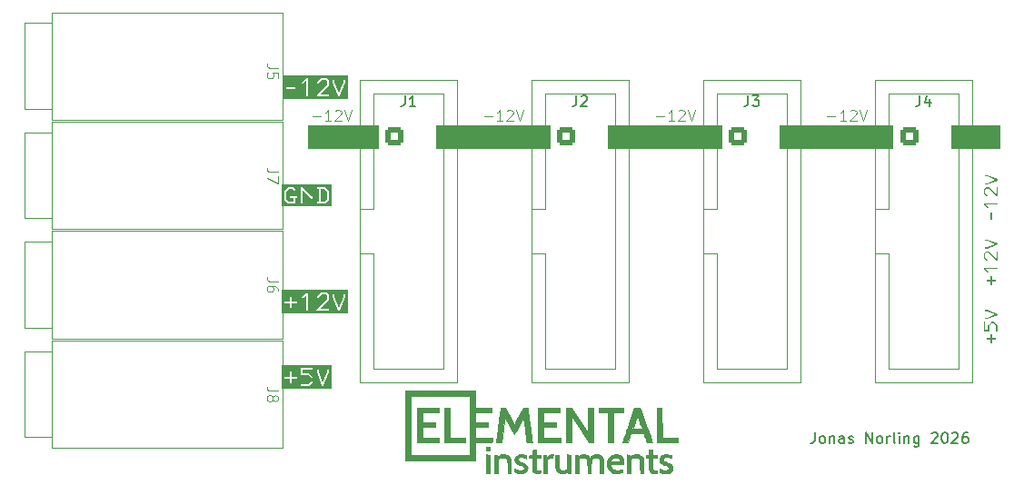
<source format=gto>
%TF.GenerationSoftware,KiCad,Pcbnew,9.0.7-1.fc42*%
%TF.CreationDate,2026-02-18T17:36:32+01:00*%
%TF.ProjectId,bananabus,62616e61-6e61-4627-9573-2e6b69636164,rev?*%
%TF.SameCoordinates,Original*%
%TF.FileFunction,Legend,Top*%
%TF.FilePolarity,Positive*%
%FSLAX46Y46*%
G04 Gerber Fmt 4.6, Leading zero omitted, Abs format (unit mm)*
G04 Created by KiCad (PCBNEW 9.0.7-1.fc42) date 2026-02-18 17:36:32*
%MOMM*%
%LPD*%
G01*
G04 APERTURE LIST*
G04 Aperture macros list*
%AMRoundRect*
0 Rectangle with rounded corners*
0 $1 Rounding radius*
0 $2 $3 $4 $5 $6 $7 $8 $9 X,Y pos of 4 corners*
0 Add a 4 corners polygon primitive as box body*
4,1,4,$2,$3,$4,$5,$6,$7,$8,$9,$2,$3,0*
0 Add four circle primitives for the rounded corners*
1,1,$1+$1,$2,$3*
1,1,$1+$1,$4,$5*
1,1,$1+$1,$6,$7*
1,1,$1+$1,$8,$9*
0 Add four rect primitives between the rounded corners*
20,1,$1+$1,$2,$3,$4,$5,0*
20,1,$1+$1,$4,$5,$6,$7,0*
20,1,$1+$1,$6,$7,$8,$9,0*
20,1,$1+$1,$8,$9,$2,$3,0*%
G04 Aperture macros list end*
%ADD10C,0.150000*%
%ADD11C,0.100000*%
%ADD12C,0.010000*%
%ADD13C,0.120000*%
%ADD14C,3.000000*%
%ADD15RoundRect,0.250000X-0.600000X-0.600000X0.600000X-0.600000X0.600000X0.600000X-0.600000X0.600000X0*%
%ADD16C,1.700000*%
%ADD17C,6.400000*%
G04 APERTURE END LIST*
D10*
X172622493Y-96869819D02*
X172622493Y-97584104D01*
X172622493Y-97584104D02*
X172574874Y-97726961D01*
X172574874Y-97726961D02*
X172479636Y-97822200D01*
X172479636Y-97822200D02*
X172336779Y-97869819D01*
X172336779Y-97869819D02*
X172241541Y-97869819D01*
X173241541Y-97869819D02*
X173146303Y-97822200D01*
X173146303Y-97822200D02*
X173098684Y-97774580D01*
X173098684Y-97774580D02*
X173051065Y-97679342D01*
X173051065Y-97679342D02*
X173051065Y-97393628D01*
X173051065Y-97393628D02*
X173098684Y-97298390D01*
X173098684Y-97298390D02*
X173146303Y-97250771D01*
X173146303Y-97250771D02*
X173241541Y-97203152D01*
X173241541Y-97203152D02*
X173384398Y-97203152D01*
X173384398Y-97203152D02*
X173479636Y-97250771D01*
X173479636Y-97250771D02*
X173527255Y-97298390D01*
X173527255Y-97298390D02*
X173574874Y-97393628D01*
X173574874Y-97393628D02*
X173574874Y-97679342D01*
X173574874Y-97679342D02*
X173527255Y-97774580D01*
X173527255Y-97774580D02*
X173479636Y-97822200D01*
X173479636Y-97822200D02*
X173384398Y-97869819D01*
X173384398Y-97869819D02*
X173241541Y-97869819D01*
X174003446Y-97203152D02*
X174003446Y-97869819D01*
X174003446Y-97298390D02*
X174051065Y-97250771D01*
X174051065Y-97250771D02*
X174146303Y-97203152D01*
X174146303Y-97203152D02*
X174289160Y-97203152D01*
X174289160Y-97203152D02*
X174384398Y-97250771D01*
X174384398Y-97250771D02*
X174432017Y-97346009D01*
X174432017Y-97346009D02*
X174432017Y-97869819D01*
X175336779Y-97869819D02*
X175336779Y-97346009D01*
X175336779Y-97346009D02*
X175289160Y-97250771D01*
X175289160Y-97250771D02*
X175193922Y-97203152D01*
X175193922Y-97203152D02*
X175003446Y-97203152D01*
X175003446Y-97203152D02*
X174908208Y-97250771D01*
X175336779Y-97822200D02*
X175241541Y-97869819D01*
X175241541Y-97869819D02*
X175003446Y-97869819D01*
X175003446Y-97869819D02*
X174908208Y-97822200D01*
X174908208Y-97822200D02*
X174860589Y-97726961D01*
X174860589Y-97726961D02*
X174860589Y-97631723D01*
X174860589Y-97631723D02*
X174908208Y-97536485D01*
X174908208Y-97536485D02*
X175003446Y-97488866D01*
X175003446Y-97488866D02*
X175241541Y-97488866D01*
X175241541Y-97488866D02*
X175336779Y-97441247D01*
X175765351Y-97822200D02*
X175860589Y-97869819D01*
X175860589Y-97869819D02*
X176051065Y-97869819D01*
X176051065Y-97869819D02*
X176146303Y-97822200D01*
X176146303Y-97822200D02*
X176193922Y-97726961D01*
X176193922Y-97726961D02*
X176193922Y-97679342D01*
X176193922Y-97679342D02*
X176146303Y-97584104D01*
X176146303Y-97584104D02*
X176051065Y-97536485D01*
X176051065Y-97536485D02*
X175908208Y-97536485D01*
X175908208Y-97536485D02*
X175812970Y-97488866D01*
X175812970Y-97488866D02*
X175765351Y-97393628D01*
X175765351Y-97393628D02*
X175765351Y-97346009D01*
X175765351Y-97346009D02*
X175812970Y-97250771D01*
X175812970Y-97250771D02*
X175908208Y-97203152D01*
X175908208Y-97203152D02*
X176051065Y-97203152D01*
X176051065Y-97203152D02*
X176146303Y-97250771D01*
X177384399Y-97869819D02*
X177384399Y-96869819D01*
X177384399Y-96869819D02*
X177955827Y-97869819D01*
X177955827Y-97869819D02*
X177955827Y-96869819D01*
X178574875Y-97869819D02*
X178479637Y-97822200D01*
X178479637Y-97822200D02*
X178432018Y-97774580D01*
X178432018Y-97774580D02*
X178384399Y-97679342D01*
X178384399Y-97679342D02*
X178384399Y-97393628D01*
X178384399Y-97393628D02*
X178432018Y-97298390D01*
X178432018Y-97298390D02*
X178479637Y-97250771D01*
X178479637Y-97250771D02*
X178574875Y-97203152D01*
X178574875Y-97203152D02*
X178717732Y-97203152D01*
X178717732Y-97203152D02*
X178812970Y-97250771D01*
X178812970Y-97250771D02*
X178860589Y-97298390D01*
X178860589Y-97298390D02*
X178908208Y-97393628D01*
X178908208Y-97393628D02*
X178908208Y-97679342D01*
X178908208Y-97679342D02*
X178860589Y-97774580D01*
X178860589Y-97774580D02*
X178812970Y-97822200D01*
X178812970Y-97822200D02*
X178717732Y-97869819D01*
X178717732Y-97869819D02*
X178574875Y-97869819D01*
X179336780Y-97869819D02*
X179336780Y-97203152D01*
X179336780Y-97393628D02*
X179384399Y-97298390D01*
X179384399Y-97298390D02*
X179432018Y-97250771D01*
X179432018Y-97250771D02*
X179527256Y-97203152D01*
X179527256Y-97203152D02*
X179622494Y-97203152D01*
X180098685Y-97869819D02*
X180003447Y-97822200D01*
X180003447Y-97822200D02*
X179955828Y-97726961D01*
X179955828Y-97726961D02*
X179955828Y-96869819D01*
X180479638Y-97869819D02*
X180479638Y-97203152D01*
X180479638Y-96869819D02*
X180432019Y-96917438D01*
X180432019Y-96917438D02*
X180479638Y-96965057D01*
X180479638Y-96965057D02*
X180527257Y-96917438D01*
X180527257Y-96917438D02*
X180479638Y-96869819D01*
X180479638Y-96869819D02*
X180479638Y-96965057D01*
X180955828Y-97203152D02*
X180955828Y-97869819D01*
X180955828Y-97298390D02*
X181003447Y-97250771D01*
X181003447Y-97250771D02*
X181098685Y-97203152D01*
X181098685Y-97203152D02*
X181241542Y-97203152D01*
X181241542Y-97203152D02*
X181336780Y-97250771D01*
X181336780Y-97250771D02*
X181384399Y-97346009D01*
X181384399Y-97346009D02*
X181384399Y-97869819D01*
X182289161Y-97203152D02*
X182289161Y-98012676D01*
X182289161Y-98012676D02*
X182241542Y-98107914D01*
X182241542Y-98107914D02*
X182193923Y-98155533D01*
X182193923Y-98155533D02*
X182098685Y-98203152D01*
X182098685Y-98203152D02*
X181955828Y-98203152D01*
X181955828Y-98203152D02*
X181860590Y-98155533D01*
X182289161Y-97822200D02*
X182193923Y-97869819D01*
X182193923Y-97869819D02*
X182003447Y-97869819D01*
X182003447Y-97869819D02*
X181908209Y-97822200D01*
X181908209Y-97822200D02*
X181860590Y-97774580D01*
X181860590Y-97774580D02*
X181812971Y-97679342D01*
X181812971Y-97679342D02*
X181812971Y-97393628D01*
X181812971Y-97393628D02*
X181860590Y-97298390D01*
X181860590Y-97298390D02*
X181908209Y-97250771D01*
X181908209Y-97250771D02*
X182003447Y-97203152D01*
X182003447Y-97203152D02*
X182193923Y-97203152D01*
X182193923Y-97203152D02*
X182289161Y-97250771D01*
X183479638Y-96965057D02*
X183527257Y-96917438D01*
X183527257Y-96917438D02*
X183622495Y-96869819D01*
X183622495Y-96869819D02*
X183860590Y-96869819D01*
X183860590Y-96869819D02*
X183955828Y-96917438D01*
X183955828Y-96917438D02*
X184003447Y-96965057D01*
X184003447Y-96965057D02*
X184051066Y-97060295D01*
X184051066Y-97060295D02*
X184051066Y-97155533D01*
X184051066Y-97155533D02*
X184003447Y-97298390D01*
X184003447Y-97298390D02*
X183432019Y-97869819D01*
X183432019Y-97869819D02*
X184051066Y-97869819D01*
X184670114Y-96869819D02*
X184765352Y-96869819D01*
X184765352Y-96869819D02*
X184860590Y-96917438D01*
X184860590Y-96917438D02*
X184908209Y-96965057D01*
X184908209Y-96965057D02*
X184955828Y-97060295D01*
X184955828Y-97060295D02*
X185003447Y-97250771D01*
X185003447Y-97250771D02*
X185003447Y-97488866D01*
X185003447Y-97488866D02*
X184955828Y-97679342D01*
X184955828Y-97679342D02*
X184908209Y-97774580D01*
X184908209Y-97774580D02*
X184860590Y-97822200D01*
X184860590Y-97822200D02*
X184765352Y-97869819D01*
X184765352Y-97869819D02*
X184670114Y-97869819D01*
X184670114Y-97869819D02*
X184574876Y-97822200D01*
X184574876Y-97822200D02*
X184527257Y-97774580D01*
X184527257Y-97774580D02*
X184479638Y-97679342D01*
X184479638Y-97679342D02*
X184432019Y-97488866D01*
X184432019Y-97488866D02*
X184432019Y-97250771D01*
X184432019Y-97250771D02*
X184479638Y-97060295D01*
X184479638Y-97060295D02*
X184527257Y-96965057D01*
X184527257Y-96965057D02*
X184574876Y-96917438D01*
X184574876Y-96917438D02*
X184670114Y-96869819D01*
X185384400Y-96965057D02*
X185432019Y-96917438D01*
X185432019Y-96917438D02*
X185527257Y-96869819D01*
X185527257Y-96869819D02*
X185765352Y-96869819D01*
X185765352Y-96869819D02*
X185860590Y-96917438D01*
X185860590Y-96917438D02*
X185908209Y-96965057D01*
X185908209Y-96965057D02*
X185955828Y-97060295D01*
X185955828Y-97060295D02*
X185955828Y-97155533D01*
X185955828Y-97155533D02*
X185908209Y-97298390D01*
X185908209Y-97298390D02*
X185336781Y-97869819D01*
X185336781Y-97869819D02*
X185955828Y-97869819D01*
X186812971Y-96869819D02*
X186622495Y-96869819D01*
X186622495Y-96869819D02*
X186527257Y-96917438D01*
X186527257Y-96917438D02*
X186479638Y-96965057D01*
X186479638Y-96965057D02*
X186384400Y-97107914D01*
X186384400Y-97107914D02*
X186336781Y-97298390D01*
X186336781Y-97298390D02*
X186336781Y-97679342D01*
X186336781Y-97679342D02*
X186384400Y-97774580D01*
X186384400Y-97774580D02*
X186432019Y-97822200D01*
X186432019Y-97822200D02*
X186527257Y-97869819D01*
X186527257Y-97869819D02*
X186717733Y-97869819D01*
X186717733Y-97869819D02*
X186812971Y-97822200D01*
X186812971Y-97822200D02*
X186860590Y-97774580D01*
X186860590Y-97774580D02*
X186908209Y-97679342D01*
X186908209Y-97679342D02*
X186908209Y-97441247D01*
X186908209Y-97441247D02*
X186860590Y-97346009D01*
X186860590Y-97346009D02*
X186812971Y-97298390D01*
X186812971Y-97298390D02*
X186717733Y-97250771D01*
X186717733Y-97250771D02*
X186527257Y-97250771D01*
X186527257Y-97250771D02*
X186432019Y-97298390D01*
X186432019Y-97298390D02*
X186384400Y-97346009D01*
X186384400Y-97346009D02*
X186336781Y-97441247D01*
D11*
G36*
X129086126Y-65749353D02*
G01*
X123110925Y-65749353D01*
X123110925Y-64816385D01*
X123333147Y-64816385D01*
X124167480Y-64816385D01*
X124167480Y-64659581D01*
X123333147Y-64659581D01*
X123333147Y-64816385D01*
X123110925Y-64816385D01*
X123110925Y-64272334D01*
X124790300Y-64272334D01*
X124907903Y-64381632D01*
X125176692Y-64106981D01*
X125176692Y-65519316D01*
X125344731Y-65519316D01*
X125344731Y-65443234D01*
X126180286Y-65443234D01*
X126184193Y-65467114D01*
X126195917Y-65490550D01*
X126205565Y-65501974D01*
X126247295Y-65525150D01*
X126264305Y-65527131D01*
X127353506Y-65527131D01*
X127353506Y-65359214D01*
X126468736Y-65359214D01*
X127328349Y-64482260D01*
X127343525Y-64461379D01*
X127352461Y-64435558D01*
X127353506Y-64423520D01*
X127353506Y-64253459D01*
X127697806Y-64253459D01*
X127699110Y-64273555D01*
X128194678Y-65476695D01*
X128209234Y-65499353D01*
X128229375Y-65515894D01*
X128273080Y-65527131D01*
X128299508Y-65523364D01*
X128322008Y-65512627D01*
X128351482Y-65476695D01*
X128858286Y-64276364D01*
X128863904Y-64242658D01*
X128863904Y-63987424D01*
X128695865Y-63987424D01*
X128695865Y-64225806D01*
X128273080Y-65227079D01*
X127867149Y-64222997D01*
X127867149Y-63987424D01*
X127699110Y-63987424D01*
X127699110Y-64242658D01*
X127697806Y-64253459D01*
X127353506Y-64253459D01*
X127353506Y-64070467D01*
X127349606Y-64046527D01*
X127337934Y-64023079D01*
X127328349Y-64011605D01*
X127157501Y-63840757D01*
X127137113Y-63825719D01*
X127111810Y-63816701D01*
X127098761Y-63815478D01*
X126611496Y-63815478D01*
X126587617Y-63819385D01*
X126564180Y-63831109D01*
X126552756Y-63840757D01*
X126213991Y-64182697D01*
X126198872Y-64203334D01*
X126189873Y-64228857D01*
X126188712Y-64241559D01*
X126188712Y-64331318D01*
X126353942Y-64331318D01*
X126353942Y-64275265D01*
X126645080Y-63983517D01*
X127067864Y-63983517D01*
X127188276Y-64104173D01*
X127188276Y-64390059D01*
X126205565Y-65384371D01*
X126182162Y-65426729D01*
X126180286Y-65443234D01*
X125344731Y-65443234D01*
X125344731Y-63899619D01*
X125339806Y-63860893D01*
X125320964Y-63831963D01*
X125302721Y-63821095D01*
X125263520Y-63815478D01*
X125224395Y-63829335D01*
X125207588Y-63843565D01*
X124790300Y-64272334D01*
X123110925Y-64272334D01*
X123110925Y-63593256D01*
X129086126Y-63593256D01*
X129086126Y-65749353D01*
G37*
G36*
X188648654Y-88199476D02*
G01*
X188997250Y-88199476D01*
X188997250Y-88573259D01*
X189129508Y-88573259D01*
X189129508Y-88199476D01*
X189465555Y-88199476D01*
X189465555Y-88073446D01*
X189129508Y-88073446D01*
X189129508Y-87699663D01*
X188997250Y-87699663D01*
X188997250Y-88073446D01*
X188648654Y-88073446D01*
X188648654Y-88199476D01*
G37*
G36*
X188361608Y-86566865D02*
G01*
X188361608Y-87440460D01*
X188868656Y-87440460D01*
X188868656Y-86904927D01*
X189082888Y-86690788D01*
X189295104Y-86690788D01*
X189513549Y-86907034D01*
X189513549Y-87434141D01*
X189639487Y-87434141D01*
X189639487Y-86883953D01*
X189629733Y-86850547D01*
X189620619Y-86839898D01*
X189366454Y-86585733D01*
X189334881Y-86568303D01*
X189322398Y-86566865D01*
X189057700Y-86566865D01*
X189024448Y-86576564D01*
X189013645Y-86585733D01*
X188761586Y-86837791D01*
X188744098Y-86869231D01*
X188742627Y-86881847D01*
X188742627Y-87316538D01*
X188487637Y-87316538D01*
X188487637Y-86566865D01*
X188361608Y-86566865D01*
G37*
G36*
X188667247Y-86181633D02*
G01*
X188490568Y-86181633D01*
X188490568Y-86307662D01*
X188681994Y-86307662D01*
X188690094Y-86308640D01*
X188705166Y-86307662D01*
X189607521Y-85935986D01*
X189624515Y-85925069D01*
X189636920Y-85909963D01*
X189645348Y-85877184D01*
X189642523Y-85857363D01*
X189634470Y-85840488D01*
X189607521Y-85818383D01*
X188707273Y-85438280D01*
X188681994Y-85434067D01*
X188490568Y-85434067D01*
X188490568Y-85560096D01*
X188669354Y-85560096D01*
X189420309Y-85877184D01*
X188667247Y-86181633D01*
G37*
G36*
X188994685Y-77015735D02*
G01*
X189112288Y-77015735D01*
X189112288Y-76389985D01*
X188994685Y-76389985D01*
X188994685Y-77015735D01*
G37*
G36*
X188382674Y-75609904D02*
G01*
X188704250Y-75922870D01*
X188786224Y-75834668D01*
X188580236Y-75633076D01*
X189639487Y-75633076D01*
X189639487Y-75507047D01*
X188424714Y-75507047D01*
X188395670Y-75510741D01*
X188373972Y-75524872D01*
X188365821Y-75538554D01*
X188361608Y-75567955D01*
X188372001Y-75597299D01*
X188382674Y-75609904D01*
G37*
G36*
X188748489Y-74750138D02*
G01*
X188706448Y-74750138D01*
X188487637Y-74531785D01*
X188487637Y-74214697D01*
X188578129Y-74124388D01*
X188792544Y-74124388D01*
X189538278Y-74861422D01*
X189570047Y-74878973D01*
X189582425Y-74880381D01*
X189600335Y-74877450D01*
X189617912Y-74868657D01*
X189626481Y-74861422D01*
X189643863Y-74830124D01*
X189645348Y-74817366D01*
X189645348Y-74000466D01*
X189519411Y-74000466D01*
X189519411Y-74664043D01*
X188861695Y-74019333D01*
X188846034Y-74007952D01*
X188826668Y-74001250D01*
X188817640Y-74000466D01*
X188552850Y-74000466D01*
X188534895Y-74003391D01*
X188517309Y-74012145D01*
X188508703Y-74019333D01*
X188380567Y-74147469D01*
X188369289Y-74162761D01*
X188362526Y-74181737D01*
X188361608Y-74191524D01*
X188361608Y-74556973D01*
X188364539Y-74574883D01*
X188373332Y-74592460D01*
X188380567Y-74601028D01*
X188637022Y-74855102D01*
X188652501Y-74866441D01*
X188671642Y-74873191D01*
X188681169Y-74874061D01*
X188748489Y-74874061D01*
X188748489Y-74750138D01*
G37*
G36*
X188667247Y-73615233D02*
G01*
X188490568Y-73615233D01*
X188490568Y-73741263D01*
X188681994Y-73741263D01*
X188690094Y-73742240D01*
X188705166Y-73741263D01*
X189607521Y-73369586D01*
X189624515Y-73358670D01*
X189636920Y-73343564D01*
X189645348Y-73310785D01*
X189642523Y-73290964D01*
X189634470Y-73274089D01*
X189607521Y-73251983D01*
X188707273Y-72871880D01*
X188681994Y-72867667D01*
X188490568Y-72867667D01*
X188490568Y-72993697D01*
X188669354Y-72993697D01*
X189420309Y-73310785D01*
X188667247Y-73615233D01*
G37*
G36*
X127185467Y-74446113D02*
G01*
X127185467Y-75060750D01*
X126897138Y-75348590D01*
X126521981Y-75348590D01*
X126521981Y-74152655D01*
X126897138Y-74152655D01*
X127185467Y-74446113D01*
G37*
G36*
X127575728Y-75744346D02*
G01*
X122945694Y-75744346D01*
X122945694Y-74409110D01*
X123167916Y-74409110D01*
X123167916Y-75105690D01*
X123179202Y-75145681D01*
X123193196Y-75164309D01*
X123529152Y-75496967D01*
X123564993Y-75516689D01*
X123587892Y-75519316D01*
X124167480Y-75522124D01*
X124167480Y-75519316D01*
X124678314Y-75519316D01*
X124843545Y-75519316D01*
X124843545Y-74236674D01*
X125677878Y-75099340D01*
X125677878Y-75519316D01*
X125843108Y-75519316D01*
X125843108Y-74152655D01*
X126188712Y-74152655D01*
X126353942Y-74152655D01*
X126353942Y-75348590D01*
X126353942Y-75351399D01*
X126188712Y-75351399D01*
X126188712Y-75519316D01*
X126930722Y-75519316D01*
X126951599Y-75515218D01*
X126976698Y-75502167D01*
X126989462Y-75491350D01*
X127328349Y-75155760D01*
X127342790Y-75135012D01*
X127353187Y-75101096D01*
X127353506Y-75094333D01*
X127353506Y-74412529D01*
X127348671Y-74386483D01*
X127330456Y-74356097D01*
X127328349Y-74353911D01*
X126992271Y-74012704D01*
X126970274Y-73996904D01*
X126933531Y-73987424D01*
X126188712Y-73987424D01*
X126188712Y-74152655D01*
X125843108Y-74152655D01*
X125843108Y-73987424D01*
X125677878Y-73987424D01*
X125677878Y-74841664D01*
X124843545Y-73987424D01*
X124678314Y-73987424D01*
X124678314Y-75519316D01*
X124167480Y-75519316D01*
X124167480Y-74980027D01*
X124332711Y-74980027D01*
X124332711Y-74823346D01*
X123666294Y-74823346D01*
X123666294Y-74980027D01*
X124002372Y-74980027D01*
X124002372Y-75351399D01*
X123621475Y-75351399D01*
X123335956Y-75069420D01*
X123335956Y-74442937D01*
X123621475Y-74152655D01*
X123887578Y-74152655D01*
X124072348Y-74341454D01*
X124192759Y-74223119D01*
X123982711Y-74009895D01*
X123947230Y-73990593D01*
X123921161Y-73987424D01*
X123585083Y-73987424D01*
X123538387Y-73999508D01*
X123526343Y-74009895D01*
X123190387Y-74344263D01*
X123171555Y-74379703D01*
X123167916Y-74409110D01*
X122945694Y-74409110D01*
X122945694Y-73765202D01*
X127575728Y-73765202D01*
X127575728Y-75744346D01*
G37*
G36*
X127575728Y-92749353D02*
G01*
X122945694Y-92749353D01*
X122945694Y-91663000D01*
X123167916Y-91663000D01*
X123167916Y-91839344D01*
X123666294Y-91839344D01*
X123666294Y-92287407D01*
X123834333Y-92287407D01*
X123834333Y-91839344D01*
X124332711Y-91839344D01*
X124332711Y-91663000D01*
X123834333Y-91663000D01*
X123834333Y-91491542D01*
X124678314Y-91491542D01*
X125392358Y-91491542D01*
X125677878Y-91777184D01*
X125677878Y-92060139D01*
X125389549Y-92351399D01*
X124686741Y-92351399D01*
X124686741Y-92519316D01*
X125420324Y-92519316D01*
X125464866Y-92506311D01*
X125479064Y-92494159D01*
X125817951Y-92155272D01*
X125841190Y-92113175D01*
X125843108Y-92096531D01*
X125843108Y-91743600D01*
X125830177Y-91699264D01*
X125817951Y-91684860D01*
X125481873Y-91348782D01*
X125439954Y-91325464D01*
X125423133Y-91323503D01*
X124843545Y-91323503D01*
X124843545Y-91253459D01*
X126187409Y-91253459D01*
X126188712Y-91273555D01*
X126684281Y-92476695D01*
X126698836Y-92499353D01*
X126718977Y-92515894D01*
X126762683Y-92527131D01*
X126789110Y-92523364D01*
X126811611Y-92512627D01*
X126841085Y-92476695D01*
X127347889Y-91276364D01*
X127353506Y-91242658D01*
X127353506Y-90987424D01*
X127185467Y-90987424D01*
X127185467Y-91225806D01*
X126762683Y-92227079D01*
X126356751Y-91222997D01*
X126356751Y-90987424D01*
X126188712Y-90987424D01*
X126188712Y-91242658D01*
X126187409Y-91253459D01*
X124843545Y-91253459D01*
X124843545Y-90983517D01*
X125843108Y-90983517D01*
X125843108Y-90815478D01*
X124678314Y-90815478D01*
X124678314Y-91491542D01*
X123834333Y-91491542D01*
X123834333Y-91198206D01*
X123666294Y-91198206D01*
X123666294Y-91663000D01*
X123167916Y-91663000D01*
X122945694Y-91663000D01*
X122945694Y-90593256D01*
X127575728Y-90593256D01*
X127575728Y-92749353D01*
G37*
G36*
X129086126Y-85749353D02*
G01*
X122945694Y-85749353D01*
X122945694Y-84663000D01*
X123167916Y-84663000D01*
X123167916Y-84839344D01*
X123666294Y-84839344D01*
X123666294Y-85287407D01*
X123834333Y-85287407D01*
X123834333Y-84839344D01*
X124332711Y-84839344D01*
X124332711Y-84663000D01*
X123834333Y-84663000D01*
X123834333Y-84272334D01*
X124790300Y-84272334D01*
X124907903Y-84381632D01*
X125176692Y-84106981D01*
X125176692Y-85519316D01*
X125344731Y-85519316D01*
X125344731Y-85443234D01*
X126180286Y-85443234D01*
X126184193Y-85467114D01*
X126195917Y-85490550D01*
X126205565Y-85501974D01*
X126247295Y-85525150D01*
X126264305Y-85527131D01*
X127353506Y-85527131D01*
X127353506Y-85359214D01*
X126468736Y-85359214D01*
X127328349Y-84482260D01*
X127343525Y-84461379D01*
X127352461Y-84435558D01*
X127353506Y-84423520D01*
X127353506Y-84253459D01*
X127697806Y-84253459D01*
X127699110Y-84273555D01*
X128194678Y-85476695D01*
X128209234Y-85499353D01*
X128229375Y-85515894D01*
X128273080Y-85527131D01*
X128299508Y-85523364D01*
X128322008Y-85512627D01*
X128351482Y-85476695D01*
X128858286Y-84276364D01*
X128863904Y-84242658D01*
X128863904Y-83987424D01*
X128695865Y-83987424D01*
X128695865Y-84225806D01*
X128273080Y-85227079D01*
X127867149Y-84222997D01*
X127867149Y-83987424D01*
X127699110Y-83987424D01*
X127699110Y-84242658D01*
X127697806Y-84253459D01*
X127353506Y-84253459D01*
X127353506Y-84070467D01*
X127349606Y-84046527D01*
X127337934Y-84023079D01*
X127328349Y-84011605D01*
X127157501Y-83840757D01*
X127137113Y-83825719D01*
X127111810Y-83816701D01*
X127098761Y-83815478D01*
X126611496Y-83815478D01*
X126587617Y-83819385D01*
X126564180Y-83831109D01*
X126552756Y-83840757D01*
X126213991Y-84182697D01*
X126198872Y-84203334D01*
X126189873Y-84228857D01*
X126188712Y-84241559D01*
X126188712Y-84331318D01*
X126353942Y-84331318D01*
X126353942Y-84275265D01*
X126645080Y-83983517D01*
X127067864Y-83983517D01*
X127188276Y-84104173D01*
X127188276Y-84390059D01*
X126205565Y-85384371D01*
X126182162Y-85426729D01*
X126180286Y-85443234D01*
X125344731Y-85443234D01*
X125344731Y-83899619D01*
X125339806Y-83860893D01*
X125320964Y-83831963D01*
X125302721Y-83821095D01*
X125263520Y-83815478D01*
X125224395Y-83829335D01*
X125207588Y-83843565D01*
X124790300Y-84272334D01*
X123834333Y-84272334D01*
X123834333Y-84198206D01*
X123666294Y-84198206D01*
X123666294Y-84663000D01*
X123167916Y-84663000D01*
X122945694Y-84663000D01*
X122945694Y-83593256D01*
X129086126Y-83593256D01*
X129086126Y-85749353D01*
G37*
G36*
X188648654Y-82765875D02*
G01*
X188997250Y-82765875D01*
X188997250Y-83139658D01*
X189129508Y-83139658D01*
X189129508Y-82765875D01*
X189465555Y-82765875D01*
X189465555Y-82639845D01*
X189129508Y-82639845D01*
X189129508Y-82266062D01*
X188997250Y-82266062D01*
X188997250Y-82639845D01*
X188648654Y-82639845D01*
X188648654Y-82765875D01*
G37*
G36*
X188382674Y-81609904D02*
G01*
X188704250Y-81922870D01*
X188786224Y-81834668D01*
X188580236Y-81633076D01*
X189639487Y-81633076D01*
X189639487Y-81507047D01*
X188424714Y-81507047D01*
X188395670Y-81510741D01*
X188373972Y-81524872D01*
X188365821Y-81538554D01*
X188361608Y-81567955D01*
X188372001Y-81597299D01*
X188382674Y-81609904D01*
G37*
G36*
X188748489Y-80750138D02*
G01*
X188706448Y-80750138D01*
X188487637Y-80531785D01*
X188487637Y-80214697D01*
X188578129Y-80124388D01*
X188792544Y-80124388D01*
X189538278Y-80861422D01*
X189570047Y-80878973D01*
X189582425Y-80880381D01*
X189600335Y-80877450D01*
X189617912Y-80868657D01*
X189626481Y-80861422D01*
X189643863Y-80830124D01*
X189645348Y-80817366D01*
X189645348Y-80000466D01*
X189519411Y-80000466D01*
X189519411Y-80664043D01*
X188861695Y-80019333D01*
X188846034Y-80007952D01*
X188826668Y-80001250D01*
X188817640Y-80000466D01*
X188552850Y-80000466D01*
X188534895Y-80003391D01*
X188517309Y-80012145D01*
X188508703Y-80019333D01*
X188380567Y-80147469D01*
X188369289Y-80162761D01*
X188362526Y-80181737D01*
X188361608Y-80191524D01*
X188361608Y-80556973D01*
X188364539Y-80574883D01*
X188373332Y-80592460D01*
X188380567Y-80601028D01*
X188637022Y-80855102D01*
X188652501Y-80866441D01*
X188671642Y-80873191D01*
X188681169Y-80874061D01*
X188748489Y-80874061D01*
X188748489Y-80750138D01*
G37*
G36*
X188667247Y-79615233D02*
G01*
X188490568Y-79615233D01*
X188490568Y-79741263D01*
X188681994Y-79741263D01*
X188690094Y-79742240D01*
X188705166Y-79741263D01*
X189607521Y-79369586D01*
X189624515Y-79358670D01*
X189636920Y-79343564D01*
X189645348Y-79310785D01*
X189642523Y-79290964D01*
X189634470Y-79274089D01*
X189607521Y-79251983D01*
X188707273Y-78871880D01*
X188681994Y-78867667D01*
X188490568Y-78867667D01*
X188490568Y-78993697D01*
X188669354Y-78993697D01*
X189420309Y-79310785D01*
X188667247Y-79615233D01*
G37*
X122542580Y-72566666D02*
X121828295Y-72566666D01*
X121828295Y-72566666D02*
X121685438Y-72519047D01*
X121685438Y-72519047D02*
X121590200Y-72423809D01*
X121590200Y-72423809D02*
X121542580Y-72280952D01*
X121542580Y-72280952D02*
X121542580Y-72185714D01*
X122542580Y-72947619D02*
X122542580Y-73614285D01*
X122542580Y-73614285D02*
X121542580Y-73185714D01*
X122542580Y-92966666D02*
X121828295Y-92966666D01*
X121828295Y-92966666D02*
X121685438Y-92919047D01*
X121685438Y-92919047D02*
X121590200Y-92823809D01*
X121590200Y-92823809D02*
X121542580Y-92680952D01*
X121542580Y-92680952D02*
X121542580Y-92585714D01*
X122114009Y-93585714D02*
X122161628Y-93490476D01*
X122161628Y-93490476D02*
X122209247Y-93442857D01*
X122209247Y-93442857D02*
X122304485Y-93395238D01*
X122304485Y-93395238D02*
X122352104Y-93395238D01*
X122352104Y-93395238D02*
X122447342Y-93442857D01*
X122447342Y-93442857D02*
X122494961Y-93490476D01*
X122494961Y-93490476D02*
X122542580Y-93585714D01*
X122542580Y-93585714D02*
X122542580Y-93776190D01*
X122542580Y-93776190D02*
X122494961Y-93871428D01*
X122494961Y-93871428D02*
X122447342Y-93919047D01*
X122447342Y-93919047D02*
X122352104Y-93966666D01*
X122352104Y-93966666D02*
X122304485Y-93966666D01*
X122304485Y-93966666D02*
X122209247Y-93919047D01*
X122209247Y-93919047D02*
X122161628Y-93871428D01*
X122161628Y-93871428D02*
X122114009Y-93776190D01*
X122114009Y-93776190D02*
X122114009Y-93585714D01*
X122114009Y-93585714D02*
X122066390Y-93490476D01*
X122066390Y-93490476D02*
X122018771Y-93442857D01*
X122018771Y-93442857D02*
X121923533Y-93395238D01*
X121923533Y-93395238D02*
X121733057Y-93395238D01*
X121733057Y-93395238D02*
X121637819Y-93442857D01*
X121637819Y-93442857D02*
X121590200Y-93490476D01*
X121590200Y-93490476D02*
X121542580Y-93585714D01*
X121542580Y-93585714D02*
X121542580Y-93776190D01*
X121542580Y-93776190D02*
X121590200Y-93871428D01*
X121590200Y-93871428D02*
X121637819Y-93919047D01*
X121637819Y-93919047D02*
X121733057Y-93966666D01*
X121733057Y-93966666D02*
X121923533Y-93966666D01*
X121923533Y-93966666D02*
X122018771Y-93919047D01*
X122018771Y-93919047D02*
X122066390Y-93871428D01*
X122066390Y-93871428D02*
X122114009Y-93776190D01*
D10*
X166396666Y-65454819D02*
X166396666Y-66169104D01*
X166396666Y-66169104D02*
X166349047Y-66311961D01*
X166349047Y-66311961D02*
X166253809Y-66407200D01*
X166253809Y-66407200D02*
X166110952Y-66454819D01*
X166110952Y-66454819D02*
X166015714Y-66454819D01*
X166777619Y-65454819D02*
X167396666Y-65454819D01*
X167396666Y-65454819D02*
X167063333Y-65835771D01*
X167063333Y-65835771D02*
X167206190Y-65835771D01*
X167206190Y-65835771D02*
X167301428Y-65883390D01*
X167301428Y-65883390D02*
X167349047Y-65931009D01*
X167349047Y-65931009D02*
X167396666Y-66026247D01*
X167396666Y-66026247D02*
X167396666Y-66264342D01*
X167396666Y-66264342D02*
X167349047Y-66359580D01*
X167349047Y-66359580D02*
X167301428Y-66407200D01*
X167301428Y-66407200D02*
X167206190Y-66454819D01*
X167206190Y-66454819D02*
X166920476Y-66454819D01*
X166920476Y-66454819D02*
X166825238Y-66407200D01*
X166825238Y-66407200D02*
X166777619Y-66359580D01*
D11*
X157763884Y-67411466D02*
X158525789Y-67411466D01*
X159525788Y-67792419D02*
X158954360Y-67792419D01*
X159240074Y-67792419D02*
X159240074Y-66792419D01*
X159240074Y-66792419D02*
X159144836Y-66935276D01*
X159144836Y-66935276D02*
X159049598Y-67030514D01*
X159049598Y-67030514D02*
X158954360Y-67078133D01*
X159906741Y-66887657D02*
X159954360Y-66840038D01*
X159954360Y-66840038D02*
X160049598Y-66792419D01*
X160049598Y-66792419D02*
X160287693Y-66792419D01*
X160287693Y-66792419D02*
X160382931Y-66840038D01*
X160382931Y-66840038D02*
X160430550Y-66887657D01*
X160430550Y-66887657D02*
X160478169Y-66982895D01*
X160478169Y-66982895D02*
X160478169Y-67078133D01*
X160478169Y-67078133D02*
X160430550Y-67220990D01*
X160430550Y-67220990D02*
X159859122Y-67792419D01*
X159859122Y-67792419D02*
X160478169Y-67792419D01*
X160763884Y-66792419D02*
X161097217Y-67792419D01*
X161097217Y-67792419D02*
X161430550Y-66792419D01*
D10*
X134396666Y-65454819D02*
X134396666Y-66169104D01*
X134396666Y-66169104D02*
X134349047Y-66311961D01*
X134349047Y-66311961D02*
X134253809Y-66407200D01*
X134253809Y-66407200D02*
X134110952Y-66454819D01*
X134110952Y-66454819D02*
X134015714Y-66454819D01*
X135396666Y-66454819D02*
X134825238Y-66454819D01*
X135110952Y-66454819D02*
X135110952Y-65454819D01*
X135110952Y-65454819D02*
X135015714Y-65597676D01*
X135015714Y-65597676D02*
X134920476Y-65692914D01*
X134920476Y-65692914D02*
X134825238Y-65740533D01*
D11*
X125763884Y-67411466D02*
X126525789Y-67411466D01*
X127525788Y-67792419D02*
X126954360Y-67792419D01*
X127240074Y-67792419D02*
X127240074Y-66792419D01*
X127240074Y-66792419D02*
X127144836Y-66935276D01*
X127144836Y-66935276D02*
X127049598Y-67030514D01*
X127049598Y-67030514D02*
X126954360Y-67078133D01*
X127906741Y-66887657D02*
X127954360Y-66840038D01*
X127954360Y-66840038D02*
X128049598Y-66792419D01*
X128049598Y-66792419D02*
X128287693Y-66792419D01*
X128287693Y-66792419D02*
X128382931Y-66840038D01*
X128382931Y-66840038D02*
X128430550Y-66887657D01*
X128430550Y-66887657D02*
X128478169Y-66982895D01*
X128478169Y-66982895D02*
X128478169Y-67078133D01*
X128478169Y-67078133D02*
X128430550Y-67220990D01*
X128430550Y-67220990D02*
X127859122Y-67792419D01*
X127859122Y-67792419D02*
X128478169Y-67792419D01*
X128763884Y-66792419D02*
X129097217Y-67792419D01*
X129097217Y-67792419D02*
X129430550Y-66792419D01*
X122542580Y-82766666D02*
X121828295Y-82766666D01*
X121828295Y-82766666D02*
X121685438Y-82719047D01*
X121685438Y-82719047D02*
X121590200Y-82623809D01*
X121590200Y-82623809D02*
X121542580Y-82480952D01*
X121542580Y-82480952D02*
X121542580Y-82385714D01*
X122542580Y-83671428D02*
X122542580Y-83480952D01*
X122542580Y-83480952D02*
X122494961Y-83385714D01*
X122494961Y-83385714D02*
X122447342Y-83338095D01*
X122447342Y-83338095D02*
X122304485Y-83242857D01*
X122304485Y-83242857D02*
X122114009Y-83195238D01*
X122114009Y-83195238D02*
X121733057Y-83195238D01*
X121733057Y-83195238D02*
X121637819Y-83242857D01*
X121637819Y-83242857D02*
X121590200Y-83290476D01*
X121590200Y-83290476D02*
X121542580Y-83385714D01*
X121542580Y-83385714D02*
X121542580Y-83576190D01*
X121542580Y-83576190D02*
X121590200Y-83671428D01*
X121590200Y-83671428D02*
X121637819Y-83719047D01*
X121637819Y-83719047D02*
X121733057Y-83766666D01*
X121733057Y-83766666D02*
X121971152Y-83766666D01*
X121971152Y-83766666D02*
X122066390Y-83719047D01*
X122066390Y-83719047D02*
X122114009Y-83671428D01*
X122114009Y-83671428D02*
X122161628Y-83576190D01*
X122161628Y-83576190D02*
X122161628Y-83385714D01*
X122161628Y-83385714D02*
X122114009Y-83290476D01*
X122114009Y-83290476D02*
X122066390Y-83242857D01*
X122066390Y-83242857D02*
X121971152Y-83195238D01*
X122542580Y-62866666D02*
X121828295Y-62866666D01*
X121828295Y-62866666D02*
X121685438Y-62819047D01*
X121685438Y-62819047D02*
X121590200Y-62723809D01*
X121590200Y-62723809D02*
X121542580Y-62580952D01*
X121542580Y-62580952D02*
X121542580Y-62485714D01*
X122542580Y-63819047D02*
X122542580Y-63342857D01*
X122542580Y-63342857D02*
X122066390Y-63295238D01*
X122066390Y-63295238D02*
X122114009Y-63342857D01*
X122114009Y-63342857D02*
X122161628Y-63438095D01*
X122161628Y-63438095D02*
X122161628Y-63676190D01*
X122161628Y-63676190D02*
X122114009Y-63771428D01*
X122114009Y-63771428D02*
X122066390Y-63819047D01*
X122066390Y-63819047D02*
X121971152Y-63866666D01*
X121971152Y-63866666D02*
X121733057Y-63866666D01*
X121733057Y-63866666D02*
X121637819Y-63819047D01*
X121637819Y-63819047D02*
X121590200Y-63771428D01*
X121590200Y-63771428D02*
X121542580Y-63676190D01*
X121542580Y-63676190D02*
X121542580Y-63438095D01*
X121542580Y-63438095D02*
X121590200Y-63342857D01*
X121590200Y-63342857D02*
X121637819Y-63295238D01*
D10*
X182396666Y-65454819D02*
X182396666Y-66169104D01*
X182396666Y-66169104D02*
X182349047Y-66311961D01*
X182349047Y-66311961D02*
X182253809Y-66407200D01*
X182253809Y-66407200D02*
X182110952Y-66454819D01*
X182110952Y-66454819D02*
X182015714Y-66454819D01*
X183301428Y-65788152D02*
X183301428Y-66454819D01*
X183063333Y-65407200D02*
X182825238Y-66121485D01*
X182825238Y-66121485D02*
X183444285Y-66121485D01*
D11*
X173763884Y-67411466D02*
X174525789Y-67411466D01*
X175525788Y-67792419D02*
X174954360Y-67792419D01*
X175240074Y-67792419D02*
X175240074Y-66792419D01*
X175240074Y-66792419D02*
X175144836Y-66935276D01*
X175144836Y-66935276D02*
X175049598Y-67030514D01*
X175049598Y-67030514D02*
X174954360Y-67078133D01*
X175906741Y-66887657D02*
X175954360Y-66840038D01*
X175954360Y-66840038D02*
X176049598Y-66792419D01*
X176049598Y-66792419D02*
X176287693Y-66792419D01*
X176287693Y-66792419D02*
X176382931Y-66840038D01*
X176382931Y-66840038D02*
X176430550Y-66887657D01*
X176430550Y-66887657D02*
X176478169Y-66982895D01*
X176478169Y-66982895D02*
X176478169Y-67078133D01*
X176478169Y-67078133D02*
X176430550Y-67220990D01*
X176430550Y-67220990D02*
X175859122Y-67792419D01*
X175859122Y-67792419D02*
X176478169Y-67792419D01*
X176763884Y-66792419D02*
X177097217Y-67792419D01*
X177097217Y-67792419D02*
X177430550Y-66792419D01*
D10*
X150396666Y-65454819D02*
X150396666Y-66169104D01*
X150396666Y-66169104D02*
X150349047Y-66311961D01*
X150349047Y-66311961D02*
X150253809Y-66407200D01*
X150253809Y-66407200D02*
X150110952Y-66454819D01*
X150110952Y-66454819D02*
X150015714Y-66454819D01*
X150825238Y-65550057D02*
X150872857Y-65502438D01*
X150872857Y-65502438D02*
X150968095Y-65454819D01*
X150968095Y-65454819D02*
X151206190Y-65454819D01*
X151206190Y-65454819D02*
X151301428Y-65502438D01*
X151301428Y-65502438D02*
X151349047Y-65550057D01*
X151349047Y-65550057D02*
X151396666Y-65645295D01*
X151396666Y-65645295D02*
X151396666Y-65740533D01*
X151396666Y-65740533D02*
X151349047Y-65883390D01*
X151349047Y-65883390D02*
X150777619Y-66454819D01*
X150777619Y-66454819D02*
X151396666Y-66454819D01*
D11*
X141763884Y-67411466D02*
X142525789Y-67411466D01*
X143525788Y-67792419D02*
X142954360Y-67792419D01*
X143240074Y-67792419D02*
X143240074Y-66792419D01*
X143240074Y-66792419D02*
X143144836Y-66935276D01*
X143144836Y-66935276D02*
X143049598Y-67030514D01*
X143049598Y-67030514D02*
X142954360Y-67078133D01*
X143906741Y-66887657D02*
X143954360Y-66840038D01*
X143954360Y-66840038D02*
X144049598Y-66792419D01*
X144049598Y-66792419D02*
X144287693Y-66792419D01*
X144287693Y-66792419D02*
X144382931Y-66840038D01*
X144382931Y-66840038D02*
X144430550Y-66887657D01*
X144430550Y-66887657D02*
X144478169Y-66982895D01*
X144478169Y-66982895D02*
X144478169Y-67078133D01*
X144478169Y-67078133D02*
X144430550Y-67220990D01*
X144430550Y-67220990D02*
X143859122Y-67792419D01*
X143859122Y-67792419D02*
X144478169Y-67792419D01*
X144763884Y-66792419D02*
X145097217Y-67792419D01*
X145097217Y-67792419D02*
X145430550Y-66792419D01*
%TO.C,J7*%
X123000000Y-77900000D02*
X101500000Y-77900000D01*
X101500000Y-67900000D01*
X123000000Y-67900000D01*
X123000000Y-77900000D01*
X101500000Y-76900000D02*
X99000000Y-76900000D01*
X99000000Y-68900000D01*
X101500000Y-68900000D01*
X101500000Y-76900000D01*
%TO.C,J8*%
X101500000Y-97300000D02*
X99000000Y-97300000D01*
X99000000Y-89300000D01*
X101500000Y-89300000D01*
X101500000Y-97300000D01*
X123000000Y-98300000D02*
X101500000Y-98300000D01*
X101500000Y-88300000D01*
X123000000Y-88300000D01*
X123000000Y-98300000D01*
D12*
%TO.C,G\u002A\u002A\u002A*%
X142154950Y-98935537D02*
X142313700Y-98943100D01*
X142327084Y-100632200D01*
X141996200Y-100632200D01*
X141996200Y-98927975D01*
X142154950Y-98935537D01*
G36*
X142154950Y-98935537D02*
G01*
X142313700Y-98943100D01*
X142327084Y-100632200D01*
X141996200Y-100632200D01*
X141996200Y-98927975D01*
X142154950Y-98935537D01*
G37*
X142154950Y-98198937D02*
X142313700Y-98206500D01*
X142321210Y-98377950D01*
X142328721Y-98549400D01*
X141996200Y-98549400D01*
X141996200Y-98191375D01*
X142154950Y-98198937D01*
G36*
X142154950Y-98198937D02*
G01*
X142313700Y-98206500D01*
X142321210Y-98377950D01*
X142328721Y-98549400D01*
X141996200Y-98549400D01*
X141996200Y-98191375D01*
X142154950Y-98198937D01*
G37*
X158366500Y-97342900D02*
X159084050Y-97349645D01*
X159801600Y-97356391D01*
X159801600Y-97812800D01*
X157871200Y-97812800D01*
X157871200Y-94561600D01*
X158353366Y-94561600D01*
X158366500Y-97342900D01*
G36*
X158366500Y-97342900D02*
G01*
X159084050Y-97349645D01*
X159801600Y-97356391D01*
X159801600Y-97812800D01*
X157871200Y-97812800D01*
X157871200Y-94561600D01*
X158353366Y-94561600D01*
X158366500Y-97342900D01*
G37*
X138618000Y-97355600D02*
X140067777Y-97355600D01*
X140060438Y-97577850D01*
X140053100Y-97800100D01*
X139081550Y-97806751D01*
X138110000Y-97813403D01*
X138110000Y-94561600D01*
X138618000Y-94561600D01*
X138618000Y-97355600D01*
G36*
X138618000Y-97355600D02*
G01*
X140067777Y-97355600D01*
X140060438Y-97577850D01*
X140053100Y-97800100D01*
X139081550Y-97806751D01*
X138110000Y-97813403D01*
X138110000Y-94561600D01*
X138618000Y-94561600D01*
X138618000Y-97355600D01*
G37*
X154797800Y-95018800D02*
X153858000Y-95018800D01*
X153858000Y-97812800D01*
X153350000Y-97812800D01*
X153350000Y-95018800D01*
X152435600Y-95018800D01*
X152435600Y-94561600D01*
X154797800Y-94561600D01*
X154797800Y-95018800D01*
G36*
X154797800Y-95018800D02*
G01*
X153858000Y-95018800D01*
X153858000Y-97812800D01*
X153350000Y-97812800D01*
X153350000Y-95018800D01*
X152435600Y-95018800D01*
X152435600Y-94561600D01*
X154797800Y-94561600D01*
X154797800Y-95018800D01*
G37*
X137545838Y-94783850D02*
X137538500Y-95006100D01*
X136782850Y-95012827D01*
X136027200Y-95019555D01*
X136027200Y-95882400D01*
X137221000Y-95882400D01*
X137221000Y-96339600D01*
X136027200Y-96339600D01*
X136027200Y-97355600D01*
X137576600Y-97355600D01*
X137576600Y-97812800D01*
X135519200Y-97812800D01*
X135519200Y-94561600D01*
X137553177Y-94561600D01*
X137545838Y-94783850D01*
G36*
X137545838Y-94783850D02*
G01*
X137538500Y-95006100D01*
X136782850Y-95012827D01*
X136027200Y-95019555D01*
X136027200Y-95882400D01*
X137221000Y-95882400D01*
X137221000Y-96339600D01*
X136027200Y-96339600D01*
X136027200Y-97355600D01*
X137576600Y-97355600D01*
X137576600Y-97812800D01*
X135519200Y-97812800D01*
X135519200Y-94561600D01*
X137553177Y-94561600D01*
X137545838Y-94783850D01*
G37*
X148854200Y-95018800D02*
X147330200Y-95018800D01*
X147330200Y-95882400D01*
X148524000Y-95882400D01*
X148524000Y-96339600D01*
X147330200Y-96339600D01*
X147330200Y-97355600D01*
X148906977Y-97355600D01*
X148899638Y-97577850D01*
X148892300Y-97800100D01*
X147857250Y-97806734D01*
X146822200Y-97813369D01*
X146822200Y-94561600D01*
X148854200Y-94561600D01*
X148854200Y-95018800D01*
G36*
X148854200Y-95018800D02*
G01*
X147330200Y-95018800D01*
X147330200Y-95882400D01*
X148524000Y-95882400D01*
X148524000Y-96339600D01*
X147330200Y-96339600D01*
X147330200Y-97355600D01*
X148906977Y-97355600D01*
X148899638Y-97577850D01*
X148892300Y-97800100D01*
X147857250Y-97806734D01*
X146822200Y-97813369D01*
X146822200Y-94561600D01*
X148854200Y-94561600D01*
X148854200Y-95018800D01*
G37*
X140954800Y-94561600D02*
X142478800Y-94561600D01*
X142478800Y-95018800D01*
X140954800Y-95018800D01*
X140954800Y-95882400D01*
X142148600Y-95882400D01*
X142148600Y-96339600D01*
X140954800Y-96339600D01*
X140954800Y-97355600D01*
X142531577Y-97355600D01*
X142524238Y-97577850D01*
X142516900Y-97800100D01*
X140954800Y-97813534D01*
X140954800Y-99438400D01*
X134477800Y-99438400D01*
X134477800Y-98930400D01*
X134985800Y-98930400D01*
X140446800Y-98930400D01*
X140446800Y-93469400D01*
X134985800Y-93469400D01*
X134985800Y-98930400D01*
X134477800Y-98930400D01*
X134477800Y-93469400D01*
X134477800Y-92986800D01*
X140954800Y-92986800D01*
X140954800Y-94561600D01*
G36*
X140954800Y-94561600D02*
G01*
X142478800Y-94561600D01*
X142478800Y-95018800D01*
X140954800Y-95018800D01*
X140954800Y-95882400D01*
X142148600Y-95882400D01*
X142148600Y-96339600D01*
X140954800Y-96339600D01*
X140954800Y-97355600D01*
X142531577Y-97355600D01*
X142524238Y-97577850D01*
X142516900Y-97800100D01*
X140954800Y-97813534D01*
X140954800Y-99438400D01*
X134477800Y-99438400D01*
X134477800Y-98930400D01*
X134985800Y-98930400D01*
X140446800Y-98930400D01*
X140446800Y-93469400D01*
X134985800Y-93469400D01*
X134985800Y-98930400D01*
X134477800Y-98930400D01*
X134477800Y-93469400D01*
X134477800Y-92986800D01*
X140954800Y-92986800D01*
X140954800Y-94561600D01*
G37*
X149685008Y-94567090D02*
X149957016Y-94574300D01*
X151457700Y-96850446D01*
X151464308Y-95706023D01*
X151470917Y-94561599D01*
X151724658Y-94561600D01*
X151978400Y-94561600D01*
X151978400Y-97812800D01*
X151554809Y-97812800D01*
X150737935Y-96587250D01*
X149921062Y-95361700D01*
X149921000Y-97812800D01*
X149683933Y-97812800D01*
X149578785Y-97811092D01*
X149493634Y-97806512D01*
X149440692Y-97799874D01*
X149429933Y-97795866D01*
X149426976Y-97768164D01*
X149424182Y-97693994D01*
X149421598Y-97577688D01*
X149419269Y-97423578D01*
X149417239Y-97235996D01*
X149415553Y-97019274D01*
X149414257Y-96777745D01*
X149413396Y-96515740D01*
X149413015Y-96237590D01*
X149413000Y-96169407D01*
X149413000Y-94559881D01*
X149685008Y-94567090D01*
G36*
X149685008Y-94567090D02*
G01*
X149957016Y-94574300D01*
X151457700Y-96850446D01*
X151464308Y-95706023D01*
X151470917Y-94561599D01*
X151724658Y-94561600D01*
X151978400Y-94561600D01*
X151978400Y-97812800D01*
X151554809Y-97812800D01*
X150737935Y-96587250D01*
X149921062Y-95361700D01*
X149921000Y-97812800D01*
X149683933Y-97812800D01*
X149578785Y-97811092D01*
X149493634Y-97806512D01*
X149440692Y-97799874D01*
X149429933Y-97795866D01*
X149426976Y-97768164D01*
X149424182Y-97693994D01*
X149421598Y-97577688D01*
X149419269Y-97423578D01*
X149417239Y-97235996D01*
X149415553Y-97019274D01*
X149414257Y-96777745D01*
X149413396Y-96515740D01*
X149413015Y-96237590D01*
X149413000Y-96169407D01*
X149413000Y-94559881D01*
X149685008Y-94567090D01*
G37*
X148193902Y-98884169D02*
X148211102Y-98904924D01*
X148206875Y-98936750D01*
X148193102Y-98999768D01*
X148176511Y-99080450D01*
X148173890Y-99093642D01*
X148160035Y-99150539D01*
X148137880Y-99183540D01*
X148093614Y-99203555D01*
X148013423Y-99221494D01*
X148011537Y-99221870D01*
X147908440Y-99251590D01*
X147806793Y-99295111D01*
X147764638Y-99319338D01*
X147660400Y-99388320D01*
X147660400Y-100632200D01*
X147304800Y-100632200D01*
X147304800Y-98930400D01*
X147444500Y-98930400D01*
X147524604Y-98932162D01*
X147566321Y-98941014D01*
X147582032Y-98962302D01*
X147584200Y-98990725D01*
X147589350Y-99061532D01*
X147599492Y-99127513D01*
X147614785Y-99203976D01*
X147730897Y-99092721D01*
X147858261Y-98988615D01*
X147986468Y-98916469D01*
X148104871Y-98881846D01*
X148138803Y-98879600D01*
X148193902Y-98884169D01*
G36*
X148193902Y-98884169D02*
G01*
X148211102Y-98904924D01*
X148206875Y-98936750D01*
X148193102Y-98999768D01*
X148176511Y-99080450D01*
X148173890Y-99093642D01*
X148160035Y-99150539D01*
X148137880Y-99183540D01*
X148093614Y-99203555D01*
X148013423Y-99221494D01*
X148011537Y-99221870D01*
X147908440Y-99251590D01*
X147806793Y-99295111D01*
X147764638Y-99319338D01*
X147660400Y-99388320D01*
X147660400Y-100632200D01*
X147304800Y-100632200D01*
X147304800Y-98930400D01*
X147444500Y-98930400D01*
X147524604Y-98932162D01*
X147566321Y-98941014D01*
X147582032Y-98962302D01*
X147584200Y-98990725D01*
X147589350Y-99061532D01*
X147599492Y-99127513D01*
X147614785Y-99203976D01*
X147730897Y-99092721D01*
X147858261Y-98988615D01*
X147986468Y-98916469D01*
X148104871Y-98881846D01*
X148138803Y-98879600D01*
X148193902Y-98884169D01*
G37*
X143653664Y-98910351D02*
X143834002Y-98937068D01*
X143977602Y-98994053D01*
X144091585Y-99085947D01*
X144183076Y-99217394D01*
X144211109Y-99273616D01*
X144229522Y-99316222D01*
X144243753Y-99358980D01*
X144254456Y-99409176D01*
X144262288Y-99474093D01*
X144267900Y-99561016D01*
X144271949Y-99677230D01*
X144275089Y-99830018D01*
X144277834Y-100016250D01*
X144286168Y-100632200D01*
X143982912Y-100632200D01*
X143973287Y-100067050D01*
X143969667Y-99879183D01*
X143965586Y-99734730D01*
X143960379Y-99626304D01*
X143953380Y-99546519D01*
X143943924Y-99487989D01*
X143931347Y-99443328D01*
X143914982Y-99405150D01*
X143913381Y-99401939D01*
X143846762Y-99300008D01*
X143762604Y-99234701D01*
X143649560Y-99199174D01*
X143560538Y-99189137D01*
X143390585Y-99193447D01*
X143251350Y-99231957D01*
X143138554Y-99303140D01*
X143063000Y-99366715D01*
X143063000Y-100632200D01*
X142732800Y-100632200D01*
X142732800Y-98930400D01*
X142858649Y-98930400D01*
X142933828Y-98932315D01*
X142973147Y-98944141D01*
X142991536Y-98974996D01*
X143000781Y-99017197D01*
X143017064Y-99103995D01*
X143128516Y-99033315D01*
X143284506Y-98954595D01*
X143449621Y-98914468D01*
X143638739Y-98909451D01*
X143653664Y-98910351D01*
G36*
X143653664Y-98910351D02*
G01*
X143834002Y-98937068D01*
X143977602Y-98994053D01*
X144091585Y-99085947D01*
X144183076Y-99217394D01*
X144211109Y-99273616D01*
X144229522Y-99316222D01*
X144243753Y-99358980D01*
X144254456Y-99409176D01*
X144262288Y-99474093D01*
X144267900Y-99561016D01*
X144271949Y-99677230D01*
X144275089Y-99830018D01*
X144277834Y-100016250D01*
X144286168Y-100632200D01*
X143982912Y-100632200D01*
X143973287Y-100067050D01*
X143969667Y-99879183D01*
X143965586Y-99734730D01*
X143960379Y-99626304D01*
X143953380Y-99546519D01*
X143943924Y-99487989D01*
X143931347Y-99443328D01*
X143914982Y-99405150D01*
X143913381Y-99401939D01*
X143846762Y-99300008D01*
X143762604Y-99234701D01*
X143649560Y-99199174D01*
X143560538Y-99189137D01*
X143390585Y-99193447D01*
X143251350Y-99231957D01*
X143138554Y-99303140D01*
X143063000Y-99366715D01*
X143063000Y-100632200D01*
X142732800Y-100632200D01*
X142732800Y-98930400D01*
X142858649Y-98930400D01*
X142933828Y-98932315D01*
X142973147Y-98944141D01*
X142991536Y-98974996D01*
X143000781Y-99017197D01*
X143017064Y-99103995D01*
X143128516Y-99033315D01*
X143284506Y-98954595D01*
X143449621Y-98914468D01*
X143638739Y-98909451D01*
X143653664Y-98910351D01*
G37*
X149673350Y-98935537D02*
X149832100Y-98943100D01*
X149845484Y-100632200D01*
X149695917Y-100632200D01*
X149612190Y-100630868D01*
X149565884Y-100622677D01*
X149543622Y-100601334D01*
X149532029Y-100560547D01*
X149530815Y-100554529D01*
X149515281Y-100476858D01*
X149419690Y-100552410D01*
X149273927Y-100636951D01*
X149107716Y-100675838D01*
X148919877Y-100669278D01*
X148840378Y-100654419D01*
X148720074Y-100604847D01*
X148605756Y-100517642D01*
X148512532Y-100405147D01*
X148491512Y-100369393D01*
X148474384Y-100334972D01*
X148461001Y-100299011D01*
X148450806Y-100254820D01*
X148443243Y-100195710D01*
X148437755Y-100114991D01*
X148433784Y-100005974D01*
X148430774Y-99861969D01*
X148428168Y-99676286D01*
X148427212Y-99597150D01*
X148419324Y-98930400D01*
X148727200Y-98930400D01*
X148727200Y-99459189D01*
X148728816Y-99680117D01*
X148734417Y-99856652D01*
X148745133Y-99995121D01*
X148762092Y-100101852D01*
X148786425Y-100183172D01*
X148819260Y-100245408D01*
X148861727Y-100294886D01*
X148879136Y-100310412D01*
X148988877Y-100371542D01*
X149117825Y-100394353D01*
X149252514Y-100379424D01*
X149379478Y-100327335D01*
X149437245Y-100286374D01*
X149514600Y-100221284D01*
X149514600Y-98927975D01*
X149673350Y-98935537D01*
G36*
X149673350Y-98935537D02*
G01*
X149832100Y-98943100D01*
X149845484Y-100632200D01*
X149695917Y-100632200D01*
X149612190Y-100630868D01*
X149565884Y-100622677D01*
X149543622Y-100601334D01*
X149532029Y-100560547D01*
X149530815Y-100554529D01*
X149515281Y-100476858D01*
X149419690Y-100552410D01*
X149273927Y-100636951D01*
X149107716Y-100675838D01*
X148919877Y-100669278D01*
X148840378Y-100654419D01*
X148720074Y-100604847D01*
X148605756Y-100517642D01*
X148512532Y-100405147D01*
X148491512Y-100369393D01*
X148474384Y-100334972D01*
X148461001Y-100299011D01*
X148450806Y-100254820D01*
X148443243Y-100195710D01*
X148437755Y-100114991D01*
X148433784Y-100005974D01*
X148430774Y-99861969D01*
X148428168Y-99676286D01*
X148427212Y-99597150D01*
X148419324Y-98930400D01*
X148727200Y-98930400D01*
X148727200Y-99459189D01*
X148728816Y-99680117D01*
X148734417Y-99856652D01*
X148745133Y-99995121D01*
X148762092Y-100101852D01*
X148786425Y-100183172D01*
X148819260Y-100245408D01*
X148861727Y-100294886D01*
X148879136Y-100310412D01*
X148988877Y-100371542D01*
X149117825Y-100394353D01*
X149252514Y-100379424D01*
X149379478Y-100327335D01*
X149437245Y-100286374D01*
X149514600Y-100221284D01*
X149514600Y-98927975D01*
X149673350Y-98935537D01*
G37*
X156094872Y-98916694D02*
X156264307Y-98961994D01*
X156402512Y-99046886D01*
X156510476Y-99171945D01*
X156578690Y-99308898D01*
X156596546Y-99360134D01*
X156610423Y-99414130D01*
X156621032Y-99478614D01*
X156629082Y-99561317D01*
X156635284Y-99669968D01*
X156640346Y-99812297D01*
X156644981Y-99996034D01*
X156645988Y-100041650D01*
X156658825Y-100632200D01*
X156325177Y-100632200D01*
X156317138Y-100041650D01*
X156313527Y-99831709D01*
X156308027Y-99666177D01*
X156299076Y-99538664D01*
X156285111Y-99442778D01*
X156264568Y-99372130D01*
X156235883Y-99320329D01*
X156197495Y-99280986D01*
X156147838Y-99247709D01*
X156118996Y-99231722D01*
X155999597Y-99192195D01*
X155859852Y-99183059D01*
X155716235Y-99202081D01*
X155585219Y-99247028D01*
X155483276Y-99315666D01*
X155480649Y-99318258D01*
X155407400Y-99391507D01*
X155407400Y-100632200D01*
X155102600Y-100632200D01*
X155102600Y-98927616D01*
X155221760Y-98935358D01*
X155295223Y-98943058D01*
X155334129Y-98960795D01*
X155354714Y-98999265D01*
X155362875Y-99028306D01*
X155380066Y-99083043D01*
X155398515Y-99095837D01*
X155427864Y-99075715D01*
X155560715Y-98990222D01*
X155727944Y-98933558D01*
X155893216Y-98910409D01*
X156094872Y-98916694D01*
G36*
X156094872Y-98916694D02*
G01*
X156264307Y-98961994D01*
X156402512Y-99046886D01*
X156510476Y-99171945D01*
X156578690Y-99308898D01*
X156596546Y-99360134D01*
X156610423Y-99414130D01*
X156621032Y-99478614D01*
X156629082Y-99561317D01*
X156635284Y-99669968D01*
X156640346Y-99812297D01*
X156644981Y-99996034D01*
X156645988Y-100041650D01*
X156658825Y-100632200D01*
X156325177Y-100632200D01*
X156317138Y-100041650D01*
X156313527Y-99831709D01*
X156308027Y-99666177D01*
X156299076Y-99538664D01*
X156285111Y-99442778D01*
X156264568Y-99372130D01*
X156235883Y-99320329D01*
X156197495Y-99280986D01*
X156147838Y-99247709D01*
X156118996Y-99231722D01*
X155999597Y-99192195D01*
X155859852Y-99183059D01*
X155716235Y-99202081D01*
X155585219Y-99247028D01*
X155483276Y-99315666D01*
X155480649Y-99318258D01*
X155407400Y-99391507D01*
X155407400Y-100632200D01*
X155102600Y-100632200D01*
X155102600Y-98927616D01*
X155221760Y-98935358D01*
X155295223Y-98943058D01*
X155334129Y-98960795D01*
X155354714Y-98999265D01*
X155362875Y-99028306D01*
X155380066Y-99083043D01*
X155398515Y-99095837D01*
X155427864Y-99075715D01*
X155560715Y-98990222D01*
X155727944Y-98933558D01*
X155893216Y-98910409D01*
X156094872Y-98916694D01*
G37*
X146593600Y-98930400D02*
X147050800Y-98930400D01*
X147050800Y-99184400D01*
X146593600Y-99184400D01*
X146593600Y-99740386D01*
X146593899Y-99941399D01*
X146596301Y-100097477D01*
X146603066Y-100214485D01*
X146616451Y-100298288D01*
X146638715Y-100354751D01*
X146672115Y-100389738D01*
X146718911Y-100409115D01*
X146781361Y-100418746D01*
X146856906Y-100424189D01*
X147025400Y-100434917D01*
X147025400Y-100518781D01*
X147021963Y-100599044D01*
X147004953Y-100647731D01*
X146964323Y-100672563D01*
X146890024Y-100681259D01*
X146813132Y-100681885D01*
X146705741Y-100676391D01*
X146604244Y-100663151D01*
X146536209Y-100646695D01*
X146463080Y-100618144D01*
X146405151Y-100586549D01*
X146360547Y-100545904D01*
X146327390Y-100490201D01*
X146303805Y-100413435D01*
X146287914Y-100309599D01*
X146277841Y-100172687D01*
X146271710Y-99996692D01*
X146267824Y-99787650D01*
X146258716Y-99184400D01*
X145977353Y-99184400D01*
X145993097Y-99089150D01*
X146003549Y-99018400D01*
X146008937Y-98967321D01*
X146009120Y-98962150D01*
X146033981Y-98940361D01*
X146107920Y-98930854D01*
X146136400Y-98930400D01*
X146263400Y-98930400D01*
X146263400Y-98726402D01*
X146264026Y-98621546D01*
X146271921Y-98556586D01*
X146296110Y-98520649D01*
X146345619Y-98502862D01*
X146429472Y-98492353D01*
X146460250Y-98489242D01*
X146593600Y-98475593D01*
X146593600Y-98930400D01*
G36*
X146593600Y-98930400D02*
G01*
X147050800Y-98930400D01*
X147050800Y-99184400D01*
X146593600Y-99184400D01*
X146593600Y-99740386D01*
X146593899Y-99941399D01*
X146596301Y-100097477D01*
X146603066Y-100214485D01*
X146616451Y-100298288D01*
X146638715Y-100354751D01*
X146672115Y-100389738D01*
X146718911Y-100409115D01*
X146781361Y-100418746D01*
X146856906Y-100424189D01*
X147025400Y-100434917D01*
X147025400Y-100518781D01*
X147021963Y-100599044D01*
X147004953Y-100647731D01*
X146964323Y-100672563D01*
X146890024Y-100681259D01*
X146813132Y-100681885D01*
X146705741Y-100676391D01*
X146604244Y-100663151D01*
X146536209Y-100646695D01*
X146463080Y-100618144D01*
X146405151Y-100586549D01*
X146360547Y-100545904D01*
X146327390Y-100490201D01*
X146303805Y-100413435D01*
X146287914Y-100309599D01*
X146277841Y-100172687D01*
X146271710Y-99996692D01*
X146267824Y-99787650D01*
X146258716Y-99184400D01*
X145977353Y-99184400D01*
X145993097Y-99089150D01*
X146003549Y-99018400D01*
X146008937Y-98967321D01*
X146009120Y-98962150D01*
X146033981Y-98940361D01*
X146107920Y-98930854D01*
X146136400Y-98930400D01*
X146263400Y-98930400D01*
X146263400Y-98726402D01*
X146264026Y-98621546D01*
X146271921Y-98556586D01*
X146296110Y-98520649D01*
X146345619Y-98502862D01*
X146429472Y-98492353D01*
X146460250Y-98489242D01*
X146593600Y-98475593D01*
X146593600Y-98930400D01*
G37*
X157455688Y-98501638D02*
X157462109Y-98550818D01*
X157464564Y-98637972D01*
X157464800Y-98699082D01*
X157464800Y-98930400D01*
X157922000Y-98930400D01*
X157922000Y-99184400D01*
X157458248Y-99184400D01*
X157469524Y-99756642D01*
X157473487Y-99955333D01*
X157478213Y-100109146D01*
X157486145Y-100223975D01*
X157499726Y-100305713D01*
X157521399Y-100360254D01*
X157553607Y-100393493D01*
X157598792Y-100411324D01*
X157659397Y-100419639D01*
X157737865Y-100424335D01*
X157746462Y-100424813D01*
X157839702Y-100431159D01*
X157892146Y-100439565D01*
X157913764Y-100453910D01*
X157914527Y-100478071D01*
X157911827Y-100489139D01*
X157900385Y-100557413D01*
X157896946Y-100613150D01*
X157896600Y-100683000D01*
X157699750Y-100680816D01*
X157593956Y-100676924D01*
X157498951Y-100668708D01*
X157433802Y-100657868D01*
X157429730Y-100656725D01*
X157357439Y-100622912D01*
X157293106Y-100576358D01*
X157252965Y-100535906D01*
X157221765Y-100492934D01*
X157198395Y-100440695D01*
X157181739Y-100372440D01*
X157170686Y-100281423D01*
X157164123Y-100160894D01*
X157160936Y-100004106D01*
X157160012Y-99804311D01*
X157160000Y-99769415D01*
X157160000Y-99184400D01*
X156877816Y-99184400D01*
X156893300Y-98943100D01*
X157026650Y-98935422D01*
X157160000Y-98927745D01*
X157160000Y-98498600D01*
X157272222Y-98498600D01*
X157350830Y-98495230D01*
X157412069Y-98486796D01*
X157424622Y-98483182D01*
X157443721Y-98481929D01*
X157455688Y-98501638D01*
G36*
X157455688Y-98501638D02*
G01*
X157462109Y-98550818D01*
X157464564Y-98637972D01*
X157464800Y-98699082D01*
X157464800Y-98930400D01*
X157922000Y-98930400D01*
X157922000Y-99184400D01*
X157458248Y-99184400D01*
X157469524Y-99756642D01*
X157473487Y-99955333D01*
X157478213Y-100109146D01*
X157486145Y-100223975D01*
X157499726Y-100305713D01*
X157521399Y-100360254D01*
X157553607Y-100393493D01*
X157598792Y-100411324D01*
X157659397Y-100419639D01*
X157737865Y-100424335D01*
X157746462Y-100424813D01*
X157839702Y-100431159D01*
X157892146Y-100439565D01*
X157913764Y-100453910D01*
X157914527Y-100478071D01*
X157911827Y-100489139D01*
X157900385Y-100557413D01*
X157896946Y-100613150D01*
X157896600Y-100683000D01*
X157699750Y-100680816D01*
X157593956Y-100676924D01*
X157498951Y-100668708D01*
X157433802Y-100657868D01*
X157429730Y-100656725D01*
X157357439Y-100622912D01*
X157293106Y-100576358D01*
X157252965Y-100535906D01*
X157221765Y-100492934D01*
X157198395Y-100440695D01*
X157181739Y-100372440D01*
X157170686Y-100281423D01*
X157164123Y-100160894D01*
X157160936Y-100004106D01*
X157160012Y-99804311D01*
X157160000Y-99769415D01*
X157160000Y-99184400D01*
X156877816Y-99184400D01*
X156893300Y-98943100D01*
X157026650Y-98935422D01*
X157160000Y-98927745D01*
X157160000Y-98498600D01*
X157272222Y-98498600D01*
X157350830Y-98495230D01*
X157412069Y-98486796D01*
X157424622Y-98483182D01*
X157443721Y-98481929D01*
X157455688Y-98501638D01*
G37*
X154174804Y-98919555D02*
X154264329Y-98926557D01*
X154331008Y-98940858D01*
X154388773Y-98964609D01*
X154404100Y-98972624D01*
X154558665Y-99082290D01*
X154671912Y-99221221D01*
X154743065Y-99388073D01*
X154771349Y-99581504D01*
X154771842Y-99609850D01*
X154772400Y-99794000D01*
X153523763Y-99794000D01*
X153540388Y-99876550D01*
X153578893Y-100002709D01*
X153638814Y-100125143D01*
X153710850Y-100227691D01*
X153777951Y-100289361D01*
X153928425Y-100359190D01*
X154106783Y-100392166D01*
X154305422Y-100387783D01*
X154516737Y-100345537D01*
X154536511Y-100339742D01*
X154606755Y-100320389D01*
X154653318Y-100310931D01*
X154663155Y-100311288D01*
X154670719Y-100338600D01*
X154681312Y-100399161D01*
X154686384Y-100434014D01*
X154702188Y-100549313D01*
X154540444Y-100604359D01*
X154361785Y-100649766D01*
X154173110Y-100671280D01*
X153992956Y-100667824D01*
X153858615Y-100643960D01*
X153658151Y-100564982D01*
X153491693Y-100451308D01*
X153362408Y-100305520D01*
X153294905Y-100183907D01*
X153228446Y-99977832D01*
X153207618Y-99770992D01*
X153230266Y-99570132D01*
X153231874Y-99565400D01*
X153554457Y-99565400D01*
X154442200Y-99565400D01*
X154442105Y-99495550D01*
X154419838Y-99398758D01*
X154361947Y-99305971D01*
X154281420Y-99235944D01*
X154251959Y-99220971D01*
X154102371Y-99183366D01*
X153953439Y-99190540D01*
X153814713Y-99238548D01*
X153695742Y-99323446D01*
X153606076Y-99441290D01*
X153579861Y-99498582D01*
X153554457Y-99565400D01*
X153231874Y-99565400D01*
X153294234Y-99382001D01*
X153397369Y-99213344D01*
X153537514Y-99070910D01*
X153680200Y-98977543D01*
X153742258Y-98948875D01*
X153805093Y-98930973D01*
X153883342Y-98921459D01*
X153991646Y-98917953D01*
X154048500Y-98917700D01*
X154174804Y-98919555D01*
G36*
X154174804Y-98919555D02*
G01*
X154264329Y-98926557D01*
X154331008Y-98940858D01*
X154388773Y-98964609D01*
X154404100Y-98972624D01*
X154558665Y-99082290D01*
X154671912Y-99221221D01*
X154743065Y-99388073D01*
X154771349Y-99581504D01*
X154771842Y-99609850D01*
X154772400Y-99794000D01*
X153523763Y-99794000D01*
X153540388Y-99876550D01*
X153578893Y-100002709D01*
X153638814Y-100125143D01*
X153710850Y-100227691D01*
X153777951Y-100289361D01*
X153928425Y-100359190D01*
X154106783Y-100392166D01*
X154305422Y-100387783D01*
X154516737Y-100345537D01*
X154536511Y-100339742D01*
X154606755Y-100320389D01*
X154653318Y-100310931D01*
X154663155Y-100311288D01*
X154670719Y-100338600D01*
X154681312Y-100399161D01*
X154686384Y-100434014D01*
X154702188Y-100549313D01*
X154540444Y-100604359D01*
X154361785Y-100649766D01*
X154173110Y-100671280D01*
X153992956Y-100667824D01*
X153858615Y-100643960D01*
X153658151Y-100564982D01*
X153491693Y-100451308D01*
X153362408Y-100305520D01*
X153294905Y-100183907D01*
X153228446Y-99977832D01*
X153207618Y-99770992D01*
X153230266Y-99570132D01*
X153231874Y-99565400D01*
X153554457Y-99565400D01*
X154442200Y-99565400D01*
X154442105Y-99495550D01*
X154419838Y-99398758D01*
X154361947Y-99305971D01*
X154281420Y-99235944D01*
X154251959Y-99220971D01*
X154102371Y-99183366D01*
X153953439Y-99190540D01*
X153814713Y-99238548D01*
X153695742Y-99323446D01*
X153606076Y-99441290D01*
X153579861Y-99498582D01*
X153554457Y-99565400D01*
X153231874Y-99565400D01*
X153294234Y-99382001D01*
X153397369Y-99213344D01*
X153537514Y-99070910D01*
X153680200Y-98977543D01*
X153742258Y-98948875D01*
X153805093Y-98930973D01*
X153883342Y-98921459D01*
X153991646Y-98917953D01*
X154048500Y-98917700D01*
X154174804Y-98919555D01*
G37*
X156341517Y-94630592D02*
X156354354Y-94666408D01*
X156382826Y-94745786D01*
X156425406Y-94864476D01*
X156480569Y-95018225D01*
X156546790Y-95202783D01*
X156622543Y-95413898D01*
X156706303Y-95647318D01*
X156796545Y-95898792D01*
X156891741Y-96164068D01*
X156915801Y-96231111D01*
X157011272Y-96497541D01*
X157101474Y-96750034D01*
X157184964Y-96984501D01*
X157260299Y-97196851D01*
X157326035Y-97382996D01*
X157380730Y-97538846D01*
X157422941Y-97660312D01*
X157451223Y-97743303D01*
X157464135Y-97783730D01*
X157464800Y-97786861D01*
X157440478Y-97799286D01*
X157371644Y-97808013D01*
X157264493Y-97812402D01*
X157213202Y-97812800D01*
X156961604Y-97812800D01*
X156886463Y-97603250D01*
X156839172Y-97470690D01*
X156786438Y-97321854D01*
X156739413Y-97188219D01*
X156738011Y-97184215D01*
X156664700Y-96974731D01*
X156066089Y-96974665D01*
X155467479Y-96974600D01*
X155171811Y-97812800D01*
X154647281Y-97812800D01*
X154723128Y-97603250D01*
X154745649Y-97540757D01*
X154783477Y-97435471D01*
X154834805Y-97292430D01*
X154897828Y-97116671D01*
X154970739Y-96913233D01*
X155051735Y-96687152D01*
X155121626Y-96492000D01*
X155639044Y-96492000D01*
X156494972Y-96492000D01*
X156410210Y-96257050D01*
X156368725Y-96141219D01*
X156316932Y-95995355D01*
X156261184Y-95837417D01*
X156207836Y-95685359D01*
X156203465Y-95672850D01*
X156159502Y-95549470D01*
X156120694Y-95445221D01*
X156090318Y-95368550D01*
X156071648Y-95327900D01*
X156068042Y-95323600D01*
X156055031Y-95346116D01*
X156028972Y-95407716D01*
X155993425Y-95499472D01*
X155951949Y-95612458D01*
X155943991Y-95634750D01*
X155889869Y-95786970D01*
X155830092Y-95955056D01*
X155772875Y-96115907D01*
X155736212Y-96218950D01*
X155639044Y-96492000D01*
X155121626Y-96492000D01*
X155139008Y-96443468D01*
X155230753Y-96187217D01*
X155303491Y-95984000D01*
X155808009Y-94574300D01*
X156062120Y-94567092D01*
X156316232Y-94559884D01*
X156341517Y-94630592D01*
G36*
X156341517Y-94630592D02*
G01*
X156354354Y-94666408D01*
X156382826Y-94745786D01*
X156425406Y-94864476D01*
X156480569Y-95018225D01*
X156546790Y-95202783D01*
X156622543Y-95413898D01*
X156706303Y-95647318D01*
X156796545Y-95898792D01*
X156891741Y-96164068D01*
X156915801Y-96231111D01*
X157011272Y-96497541D01*
X157101474Y-96750034D01*
X157184964Y-96984501D01*
X157260299Y-97196851D01*
X157326035Y-97382996D01*
X157380730Y-97538846D01*
X157422941Y-97660312D01*
X157451223Y-97743303D01*
X157464135Y-97783730D01*
X157464800Y-97786861D01*
X157440478Y-97799286D01*
X157371644Y-97808013D01*
X157264493Y-97812402D01*
X157213202Y-97812800D01*
X156961604Y-97812800D01*
X156886463Y-97603250D01*
X156839172Y-97470690D01*
X156786438Y-97321854D01*
X156739413Y-97188219D01*
X156738011Y-97184215D01*
X156664700Y-96974731D01*
X156066089Y-96974665D01*
X155467479Y-96974600D01*
X155171811Y-97812800D01*
X154647281Y-97812800D01*
X154723128Y-97603250D01*
X154745649Y-97540757D01*
X154783477Y-97435471D01*
X154834805Y-97292430D01*
X154897828Y-97116671D01*
X154970739Y-96913233D01*
X155051735Y-96687152D01*
X155121626Y-96492000D01*
X155639044Y-96492000D01*
X156494972Y-96492000D01*
X156410210Y-96257050D01*
X156368725Y-96141219D01*
X156316932Y-95995355D01*
X156261184Y-95837417D01*
X156207836Y-95685359D01*
X156203465Y-95672850D01*
X156159502Y-95549470D01*
X156120694Y-95445221D01*
X156090318Y-95368550D01*
X156071648Y-95327900D01*
X156068042Y-95323600D01*
X156055031Y-95346116D01*
X156028972Y-95407716D01*
X155993425Y-95499472D01*
X155951949Y-95612458D01*
X155943991Y-95634750D01*
X155889869Y-95786970D01*
X155830092Y-95955056D01*
X155772875Y-96115907D01*
X155736212Y-96218950D01*
X155639044Y-96492000D01*
X155121626Y-96492000D01*
X155139008Y-96443468D01*
X155230753Y-96187217D01*
X155303491Y-95984000D01*
X155808009Y-94574300D01*
X156062120Y-94567092D01*
X156316232Y-94559884D01*
X156341517Y-94630592D01*
G37*
X145395195Y-98916296D02*
X145540847Y-98941895D01*
X145577600Y-98952382D01*
X145717300Y-98996660D01*
X145708625Y-99134980D01*
X145702955Y-99212238D01*
X145697535Y-99264833D01*
X145694679Y-99278779D01*
X145671212Y-99271383D01*
X145616304Y-99246545D01*
X145565699Y-99221629D01*
X145472231Y-99182700D01*
X145375122Y-99163553D01*
X145266541Y-99159000D01*
X145170320Y-99161025D01*
X145108122Y-99170416D01*
X145063227Y-99192144D01*
X145018916Y-99231180D01*
X145016846Y-99233246D01*
X144957923Y-99318695D01*
X144943455Y-99406544D01*
X144974138Y-99486801D01*
X144997355Y-99512833D01*
X145044852Y-99542866D01*
X145127171Y-99581393D01*
X145230493Y-99622267D01*
X145290825Y-99643374D01*
X145473306Y-99713624D01*
X145611286Y-99789593D01*
X145711048Y-99875823D01*
X145778878Y-99976854D01*
X145791749Y-100005359D01*
X145819929Y-100082817D01*
X145829003Y-100146826D01*
X145820868Y-100222555D01*
X145811646Y-100269327D01*
X145760593Y-100413168D01*
X145673674Y-100524448D01*
X145549256Y-100604265D01*
X145385709Y-100653715D01*
X145211380Y-100672841D01*
X145083592Y-100672949D01*
X144961786Y-100663536D01*
X144879100Y-100648918D01*
X144784720Y-100619755D01*
X144695426Y-100584870D01*
X144666790Y-100571175D01*
X144611133Y-100536375D01*
X144591877Y-100500430D01*
X144596940Y-100449145D01*
X144608594Y-100366117D01*
X144612400Y-100300041D01*
X144612400Y-100228232D01*
X144733050Y-100290484D01*
X144876888Y-100349365D01*
X145027008Y-100384407D01*
X145172259Y-100395243D01*
X145301487Y-100381505D01*
X145403540Y-100342826D01*
X145441089Y-100313819D01*
X145494642Y-100234350D01*
X145499210Y-100154671D01*
X145456549Y-100076983D01*
X145368417Y-100003483D01*
X145236570Y-99936373D01*
X145101666Y-99889020D01*
X144923153Y-99824191D01*
X144790896Y-99748403D01*
X144700793Y-99657404D01*
X144648743Y-99546939D01*
X144630646Y-99412755D01*
X144630542Y-99400300D01*
X144653985Y-99248004D01*
X144721699Y-99117120D01*
X144829764Y-99012994D01*
X144965203Y-98944086D01*
X145087521Y-98917123D01*
X145237468Y-98907950D01*
X145395195Y-98916296D01*
G36*
X145395195Y-98916296D02*
G01*
X145540847Y-98941895D01*
X145577600Y-98952382D01*
X145717300Y-98996660D01*
X145708625Y-99134980D01*
X145702955Y-99212238D01*
X145697535Y-99264833D01*
X145694679Y-99278779D01*
X145671212Y-99271383D01*
X145616304Y-99246545D01*
X145565699Y-99221629D01*
X145472231Y-99182700D01*
X145375122Y-99163553D01*
X145266541Y-99159000D01*
X145170320Y-99161025D01*
X145108122Y-99170416D01*
X145063227Y-99192144D01*
X145018916Y-99231180D01*
X145016846Y-99233246D01*
X144957923Y-99318695D01*
X144943455Y-99406544D01*
X144974138Y-99486801D01*
X144997355Y-99512833D01*
X145044852Y-99542866D01*
X145127171Y-99581393D01*
X145230493Y-99622267D01*
X145290825Y-99643374D01*
X145473306Y-99713624D01*
X145611286Y-99789593D01*
X145711048Y-99875823D01*
X145778878Y-99976854D01*
X145791749Y-100005359D01*
X145819929Y-100082817D01*
X145829003Y-100146826D01*
X145820868Y-100222555D01*
X145811646Y-100269327D01*
X145760593Y-100413168D01*
X145673674Y-100524448D01*
X145549256Y-100604265D01*
X145385709Y-100653715D01*
X145211380Y-100672841D01*
X145083592Y-100672949D01*
X144961786Y-100663536D01*
X144879100Y-100648918D01*
X144784720Y-100619755D01*
X144695426Y-100584870D01*
X144666790Y-100571175D01*
X144611133Y-100536375D01*
X144591877Y-100500430D01*
X144596940Y-100449145D01*
X144608594Y-100366117D01*
X144612400Y-100300041D01*
X144612400Y-100228232D01*
X144733050Y-100290484D01*
X144876888Y-100349365D01*
X145027008Y-100384407D01*
X145172259Y-100395243D01*
X145301487Y-100381505D01*
X145403540Y-100342826D01*
X145441089Y-100313819D01*
X145494642Y-100234350D01*
X145499210Y-100154671D01*
X145456549Y-100076983D01*
X145368417Y-100003483D01*
X145236570Y-99936373D01*
X145101666Y-99889020D01*
X144923153Y-99824191D01*
X144790896Y-99748403D01*
X144700793Y-99657404D01*
X144648743Y-99546939D01*
X144630646Y-99412755D01*
X144630542Y-99400300D01*
X144653985Y-99248004D01*
X144721699Y-99117120D01*
X144829764Y-99012994D01*
X144965203Y-98944086D01*
X145087521Y-98917123D01*
X145237468Y-98907950D01*
X145395195Y-98916296D01*
G37*
X158902293Y-98921917D02*
X159019473Y-98935593D01*
X159111602Y-98960269D01*
X159119582Y-98963270D01*
X159237665Y-99008840D01*
X159225441Y-99115670D01*
X159213554Y-99206980D01*
X159198011Y-99254505D01*
X159169365Y-99264932D01*
X159118168Y-99244945D01*
X159074806Y-99222258D01*
X158966725Y-99180939D01*
X158846131Y-99160387D01*
X158724853Y-99159580D01*
X158614723Y-99177496D01*
X158527571Y-99213112D01*
X158475225Y-99265405D01*
X158471178Y-99274437D01*
X158456068Y-99356971D01*
X158464269Y-99443195D01*
X158487348Y-99497783D01*
X158523232Y-99523691D01*
X158596133Y-99560571D01*
X158694918Y-99603205D01*
X158791898Y-99640430D01*
X158947166Y-99699646D01*
X159062482Y-99751666D01*
X159147022Y-99802215D01*
X159209962Y-99857022D01*
X159260479Y-99921812D01*
X159272216Y-99940198D01*
X159311226Y-100022518D01*
X159326699Y-100115486D01*
X159327333Y-100177420D01*
X159305792Y-100331066D01*
X159246547Y-100454201D01*
X159145896Y-100552108D01*
X159014200Y-100624161D01*
X158943340Y-100643578D01*
X158839005Y-100659440D01*
X158718470Y-100670422D01*
X158599008Y-100675197D01*
X158497897Y-100672439D01*
X158455400Y-100667048D01*
X158357349Y-100643212D01*
X158259990Y-100611476D01*
X158178799Y-100577641D01*
X158129256Y-100547509D01*
X158125159Y-100543250D01*
X158108040Y-100487185D01*
X158111298Y-100385153D01*
X158113461Y-100366599D01*
X158131114Y-100225312D01*
X158212784Y-100275786D01*
X158334750Y-100333350D01*
X158476231Y-100372279D01*
X158623215Y-100391316D01*
X158761691Y-100389202D01*
X158877646Y-100364680D01*
X158928530Y-100340040D01*
X158983783Y-100276311D01*
X159003412Y-100189678D01*
X158989474Y-100113274D01*
X158948800Y-100051619D01*
X158872855Y-99994776D01*
X158756585Y-99939829D01*
X158594933Y-99883866D01*
X158587496Y-99881578D01*
X158406772Y-99811049D01*
X158273033Y-99724099D01*
X158184809Y-99619555D01*
X158148440Y-99531980D01*
X158131032Y-99377395D01*
X158161318Y-99232505D01*
X158236249Y-99104638D01*
X158352773Y-99001128D01*
X158375060Y-98987325D01*
X158434836Y-98954876D01*
X158489983Y-98934394D01*
X158554956Y-98923175D01*
X158644211Y-98918518D01*
X158747500Y-98917700D01*
X158902293Y-98921917D01*
G36*
X158902293Y-98921917D02*
G01*
X159019473Y-98935593D01*
X159111602Y-98960269D01*
X159119582Y-98963270D01*
X159237665Y-99008840D01*
X159225441Y-99115670D01*
X159213554Y-99206980D01*
X159198011Y-99254505D01*
X159169365Y-99264932D01*
X159118168Y-99244945D01*
X159074806Y-99222258D01*
X158966725Y-99180939D01*
X158846131Y-99160387D01*
X158724853Y-99159580D01*
X158614723Y-99177496D01*
X158527571Y-99213112D01*
X158475225Y-99265405D01*
X158471178Y-99274437D01*
X158456068Y-99356971D01*
X158464269Y-99443195D01*
X158487348Y-99497783D01*
X158523232Y-99523691D01*
X158596133Y-99560571D01*
X158694918Y-99603205D01*
X158791898Y-99640430D01*
X158947166Y-99699646D01*
X159062482Y-99751666D01*
X159147022Y-99802215D01*
X159209962Y-99857022D01*
X159260479Y-99921812D01*
X159272216Y-99940198D01*
X159311226Y-100022518D01*
X159326699Y-100115486D01*
X159327333Y-100177420D01*
X159305792Y-100331066D01*
X159246547Y-100454201D01*
X159145896Y-100552108D01*
X159014200Y-100624161D01*
X158943340Y-100643578D01*
X158839005Y-100659440D01*
X158718470Y-100670422D01*
X158599008Y-100675197D01*
X158497897Y-100672439D01*
X158455400Y-100667048D01*
X158357349Y-100643212D01*
X158259990Y-100611476D01*
X158178799Y-100577641D01*
X158129256Y-100547509D01*
X158125159Y-100543250D01*
X158108040Y-100487185D01*
X158111298Y-100385153D01*
X158113461Y-100366599D01*
X158131114Y-100225312D01*
X158212784Y-100275786D01*
X158334750Y-100333350D01*
X158476231Y-100372279D01*
X158623215Y-100391316D01*
X158761691Y-100389202D01*
X158877646Y-100364680D01*
X158928530Y-100340040D01*
X158983783Y-100276311D01*
X159003412Y-100189678D01*
X158989474Y-100113274D01*
X158948800Y-100051619D01*
X158872855Y-99994776D01*
X158756585Y-99939829D01*
X158594933Y-99883866D01*
X158587496Y-99881578D01*
X158406772Y-99811049D01*
X158273033Y-99724099D01*
X158184809Y-99619555D01*
X158148440Y-99531980D01*
X158131032Y-99377395D01*
X158161318Y-99232505D01*
X158236249Y-99104638D01*
X158352773Y-99001128D01*
X158375060Y-98987325D01*
X158434836Y-98954876D01*
X158489983Y-98934394D01*
X158554956Y-98923175D01*
X158644211Y-98918518D01*
X158747500Y-98917700D01*
X158902293Y-98921917D01*
G37*
X151265727Y-98938772D02*
X151414281Y-99009738D01*
X151537782Y-99118157D01*
X151542652Y-99123973D01*
X151624005Y-99222500D01*
X151688755Y-99139934D01*
X151750312Y-99077398D01*
X151832387Y-99013188D01*
X151872302Y-98987534D01*
X151932201Y-98954996D01*
X151987355Y-98934455D01*
X152052231Y-98923202D01*
X152141293Y-98918526D01*
X152245100Y-98917700D01*
X152368080Y-98919232D01*
X152454391Y-98925411D01*
X152518111Y-98938605D01*
X152573318Y-98961187D01*
X152604793Y-98978259D01*
X152682425Y-99032018D01*
X152749206Y-99093505D01*
X152765004Y-99112556D01*
X152804367Y-99170025D01*
X152835429Y-99228374D01*
X152859333Y-99294623D01*
X152877220Y-99375795D01*
X152890232Y-99478911D01*
X152899511Y-99610991D01*
X152906199Y-99779057D01*
X152911437Y-99990129D01*
X152911973Y-100016250D01*
X152924443Y-100632200D01*
X152591323Y-100632200D01*
X152583311Y-100028950D01*
X152579735Y-99815108D01*
X152574376Y-99646024D01*
X152565797Y-99515653D01*
X152552561Y-99417954D01*
X152533230Y-99346884D01*
X152506367Y-99296400D01*
X152470534Y-99260461D01*
X152424294Y-99233024D01*
X152390375Y-99217886D01*
X152289533Y-99192665D01*
X152169386Y-99186970D01*
X152049161Y-99199484D01*
X151948084Y-99228888D01*
X151908823Y-99250891D01*
X151861046Y-99289201D01*
X151823884Y-99330085D01*
X151796014Y-99380212D01*
X151776119Y-99446255D01*
X151762877Y-99534885D01*
X151754969Y-99652771D01*
X151751074Y-99806586D01*
X151749873Y-100003000D01*
X151749839Y-100054350D01*
X151749800Y-100632200D01*
X151422977Y-100632200D01*
X151414938Y-100041650D01*
X151411386Y-99832562D01*
X151406120Y-99667815D01*
X151397694Y-99540952D01*
X151384664Y-99445515D01*
X151365584Y-99375046D01*
X151339008Y-99323086D01*
X151303492Y-99283178D01*
X151257591Y-99248865D01*
X151234216Y-99234171D01*
X151123272Y-99193173D01*
X150991004Y-99184535D01*
X150853312Y-99206043D01*
X150726095Y-99255484D01*
X150638896Y-99317039D01*
X150621125Y-99335064D01*
X150607453Y-99355824D01*
X150597344Y-99385721D01*
X150590259Y-99431154D01*
X150585662Y-99498524D01*
X150583015Y-99594230D01*
X150581780Y-99724672D01*
X150581420Y-99896252D01*
X150581400Y-100001627D01*
X150581400Y-100632200D01*
X150251200Y-100632200D01*
X150251200Y-98930400D01*
X150375373Y-98930400D01*
X150449902Y-98932342D01*
X150488738Y-98944546D01*
X150506982Y-98976579D01*
X150516292Y-99019662D01*
X150533038Y-99108925D01*
X150615736Y-99045848D01*
X150767124Y-98958797D01*
X150932410Y-98912481D01*
X151101857Y-98906079D01*
X151265727Y-98938772D01*
G36*
X151265727Y-98938772D02*
G01*
X151414281Y-99009738D01*
X151537782Y-99118157D01*
X151542652Y-99123973D01*
X151624005Y-99222500D01*
X151688755Y-99139934D01*
X151750312Y-99077398D01*
X151832387Y-99013188D01*
X151872302Y-98987534D01*
X151932201Y-98954996D01*
X151987355Y-98934455D01*
X152052231Y-98923202D01*
X152141293Y-98918526D01*
X152245100Y-98917700D01*
X152368080Y-98919232D01*
X152454391Y-98925411D01*
X152518111Y-98938605D01*
X152573318Y-98961187D01*
X152604793Y-98978259D01*
X152682425Y-99032018D01*
X152749206Y-99093505D01*
X152765004Y-99112556D01*
X152804367Y-99170025D01*
X152835429Y-99228374D01*
X152859333Y-99294623D01*
X152877220Y-99375795D01*
X152890232Y-99478911D01*
X152899511Y-99610991D01*
X152906199Y-99779057D01*
X152911437Y-99990129D01*
X152911973Y-100016250D01*
X152924443Y-100632200D01*
X152591323Y-100632200D01*
X152583311Y-100028950D01*
X152579735Y-99815108D01*
X152574376Y-99646024D01*
X152565797Y-99515653D01*
X152552561Y-99417954D01*
X152533230Y-99346884D01*
X152506367Y-99296400D01*
X152470534Y-99260461D01*
X152424294Y-99233024D01*
X152390375Y-99217886D01*
X152289533Y-99192665D01*
X152169386Y-99186970D01*
X152049161Y-99199484D01*
X151948084Y-99228888D01*
X151908823Y-99250891D01*
X151861046Y-99289201D01*
X151823884Y-99330085D01*
X151796014Y-99380212D01*
X151776119Y-99446255D01*
X151762877Y-99534885D01*
X151754969Y-99652771D01*
X151751074Y-99806586D01*
X151749873Y-100003000D01*
X151749839Y-100054350D01*
X151749800Y-100632200D01*
X151422977Y-100632200D01*
X151414938Y-100041650D01*
X151411386Y-99832562D01*
X151406120Y-99667815D01*
X151397694Y-99540952D01*
X151384664Y-99445515D01*
X151365584Y-99375046D01*
X151339008Y-99323086D01*
X151303492Y-99283178D01*
X151257591Y-99248865D01*
X151234216Y-99234171D01*
X151123272Y-99193173D01*
X150991004Y-99184535D01*
X150853312Y-99206043D01*
X150726095Y-99255484D01*
X150638896Y-99317039D01*
X150621125Y-99335064D01*
X150607453Y-99355824D01*
X150597344Y-99385721D01*
X150590259Y-99431154D01*
X150585662Y-99498524D01*
X150583015Y-99594230D01*
X150581780Y-99724672D01*
X150581420Y-99896252D01*
X150581400Y-100001627D01*
X150581400Y-100632200D01*
X150251200Y-100632200D01*
X150251200Y-98930400D01*
X150375373Y-98930400D01*
X150449902Y-98932342D01*
X150488738Y-98944546D01*
X150506982Y-98976579D01*
X150516292Y-99019662D01*
X150533038Y-99108925D01*
X150615736Y-99045848D01*
X150767124Y-98958797D01*
X150932410Y-98912481D01*
X151101857Y-98906079D01*
X151265727Y-98938772D01*
G37*
X145843504Y-94644150D02*
X145850879Y-94692412D01*
X145863940Y-94783749D01*
X145881970Y-94912837D01*
X145904254Y-95074351D01*
X145930078Y-95262967D01*
X145958726Y-95473360D01*
X145989483Y-95700206D01*
X146021633Y-95938180D01*
X146054461Y-96181958D01*
X146087252Y-96426215D01*
X146119291Y-96665628D01*
X146149862Y-96894871D01*
X146178249Y-97108620D01*
X146203738Y-97301550D01*
X146225614Y-97468338D01*
X146243160Y-97603658D01*
X146255663Y-97702187D01*
X146262405Y-97758600D01*
X146263400Y-97769700D01*
X146257620Y-97789512D01*
X146234337Y-97802206D01*
X146184633Y-97809301D01*
X146099589Y-97812310D01*
X146009883Y-97812800D01*
X145894357Y-97812171D01*
X145819885Y-97808892D01*
X145776728Y-97800867D01*
X145755142Y-97786006D01*
X145745388Y-97762214D01*
X145743879Y-97755650D01*
X145738225Y-97718806D01*
X145727215Y-97637093D01*
X145711553Y-97516079D01*
X145691943Y-97361332D01*
X145669086Y-97178422D01*
X145643685Y-96972916D01*
X145616444Y-96750383D01*
X145602016Y-96631700D01*
X145574030Y-96403226D01*
X145547310Y-96189471D01*
X145522581Y-95995913D01*
X145500568Y-95828029D01*
X145481994Y-95691298D01*
X145467583Y-95591196D01*
X145458059Y-95533203D01*
X145455270Y-95521485D01*
X145441762Y-95524783D01*
X145411577Y-95563453D01*
X145363668Y-95639280D01*
X145296987Y-95754051D01*
X145210488Y-95909548D01*
X145103122Y-96107557D01*
X145019236Y-96264435D01*
X144921520Y-96447284D01*
X144831155Y-96615053D01*
X144750931Y-96762665D01*
X144683637Y-96885045D01*
X144632063Y-96977114D01*
X144598997Y-97033797D01*
X144587436Y-97050375D01*
X144572702Y-97028744D01*
X144536865Y-96967512D01*
X144482808Y-96871861D01*
X144413416Y-96746969D01*
X144331571Y-96598017D01*
X144240157Y-96430185D01*
X144169206Y-96299032D01*
X144071701Y-96118685D01*
X143980958Y-95951603D01*
X143900013Y-95803318D01*
X143831901Y-95679360D01*
X143779658Y-95585261D01*
X143746320Y-95526551D01*
X143735908Y-95509542D01*
X143726562Y-95510577D01*
X143715464Y-95539686D01*
X143702045Y-95600348D01*
X143685735Y-95696042D01*
X143665965Y-95830247D01*
X143642164Y-96006441D01*
X143613764Y-96228103D01*
X143599353Y-96343435D01*
X143571836Y-96564356D01*
X143544437Y-96783148D01*
X143518250Y-96991143D01*
X143494373Y-97179671D01*
X143473903Y-97340065D01*
X143457934Y-97463656D01*
X143451262Y-97514350D01*
X143411522Y-97812800D01*
X142910600Y-97812800D01*
X142910600Y-97749013D01*
X142913932Y-97713852D01*
X142923450Y-97633751D01*
X142938429Y-97514097D01*
X142958147Y-97360276D01*
X142981882Y-97177677D01*
X143008912Y-96971688D01*
X143038513Y-96747695D01*
X143069963Y-96511086D01*
X143102539Y-96267248D01*
X143135520Y-96021570D01*
X143168183Y-95779438D01*
X143199804Y-95546240D01*
X143229662Y-95327364D01*
X143257034Y-95128196D01*
X143281198Y-94954125D01*
X143301431Y-94810538D01*
X143317010Y-94702823D01*
X143327212Y-94636366D01*
X143330405Y-94618750D01*
X143340280Y-94590615D01*
X143361419Y-94573660D01*
X143404670Y-94565115D01*
X143480880Y-94562208D01*
X143552433Y-94562027D01*
X143761500Y-94562455D01*
X144167900Y-95334518D01*
X144263695Y-95515115D01*
X144352440Y-95679752D01*
X144431324Y-95823419D01*
X144497535Y-95941109D01*
X144548264Y-96027812D01*
X144580699Y-96078518D01*
X144591657Y-96089741D01*
X144607234Y-96064000D01*
X144643521Y-95998620D01*
X144697640Y-95898952D01*
X144766712Y-95770348D01*
X144847860Y-95618161D01*
X144938204Y-95447742D01*
X145007072Y-95317250D01*
X145405130Y-94561600D01*
X145829298Y-94561600D01*
X145843504Y-94644150D01*
G36*
X145843504Y-94644150D02*
G01*
X145850879Y-94692412D01*
X145863940Y-94783749D01*
X145881970Y-94912837D01*
X145904254Y-95074351D01*
X145930078Y-95262967D01*
X145958726Y-95473360D01*
X145989483Y-95700206D01*
X146021633Y-95938180D01*
X146054461Y-96181958D01*
X146087252Y-96426215D01*
X146119291Y-96665628D01*
X146149862Y-96894871D01*
X146178249Y-97108620D01*
X146203738Y-97301550D01*
X146225614Y-97468338D01*
X146243160Y-97603658D01*
X146255663Y-97702187D01*
X146262405Y-97758600D01*
X146263400Y-97769700D01*
X146257620Y-97789512D01*
X146234337Y-97802206D01*
X146184633Y-97809301D01*
X146099589Y-97812310D01*
X146009883Y-97812800D01*
X145894357Y-97812171D01*
X145819885Y-97808892D01*
X145776728Y-97800867D01*
X145755142Y-97786006D01*
X145745388Y-97762214D01*
X145743879Y-97755650D01*
X145738225Y-97718806D01*
X145727215Y-97637093D01*
X145711553Y-97516079D01*
X145691943Y-97361332D01*
X145669086Y-97178422D01*
X145643685Y-96972916D01*
X145616444Y-96750383D01*
X145602016Y-96631700D01*
X145574030Y-96403226D01*
X145547310Y-96189471D01*
X145522581Y-95995913D01*
X145500568Y-95828029D01*
X145481994Y-95691298D01*
X145467583Y-95591196D01*
X145458059Y-95533203D01*
X145455270Y-95521485D01*
X145441762Y-95524783D01*
X145411577Y-95563453D01*
X145363668Y-95639280D01*
X145296987Y-95754051D01*
X145210488Y-95909548D01*
X145103122Y-96107557D01*
X145019236Y-96264435D01*
X144921520Y-96447284D01*
X144831155Y-96615053D01*
X144750931Y-96762665D01*
X144683637Y-96885045D01*
X144632063Y-96977114D01*
X144598997Y-97033797D01*
X144587436Y-97050375D01*
X144572702Y-97028744D01*
X144536865Y-96967512D01*
X144482808Y-96871861D01*
X144413416Y-96746969D01*
X144331571Y-96598017D01*
X144240157Y-96430185D01*
X144169206Y-96299032D01*
X144071701Y-96118685D01*
X143980958Y-95951603D01*
X143900013Y-95803318D01*
X143831901Y-95679360D01*
X143779658Y-95585261D01*
X143746320Y-95526551D01*
X143735908Y-95509542D01*
X143726562Y-95510577D01*
X143715464Y-95539686D01*
X143702045Y-95600348D01*
X143685735Y-95696042D01*
X143665965Y-95830247D01*
X143642164Y-96006441D01*
X143613764Y-96228103D01*
X143599353Y-96343435D01*
X143571836Y-96564356D01*
X143544437Y-96783148D01*
X143518250Y-96991143D01*
X143494373Y-97179671D01*
X143473903Y-97340065D01*
X143457934Y-97463656D01*
X143451262Y-97514350D01*
X143411522Y-97812800D01*
X142910600Y-97812800D01*
X142910600Y-97749013D01*
X142913932Y-97713852D01*
X142923450Y-97633751D01*
X142938429Y-97514097D01*
X142958147Y-97360276D01*
X142981882Y-97177677D01*
X143008912Y-96971688D01*
X143038513Y-96747695D01*
X143069963Y-96511086D01*
X143102539Y-96267248D01*
X143135520Y-96021570D01*
X143168183Y-95779438D01*
X143199804Y-95546240D01*
X143229662Y-95327364D01*
X143257034Y-95128196D01*
X143281198Y-94954125D01*
X143301431Y-94810538D01*
X143317010Y-94702823D01*
X143327212Y-94636366D01*
X143330405Y-94618750D01*
X143340280Y-94590615D01*
X143361419Y-94573660D01*
X143404670Y-94565115D01*
X143480880Y-94562208D01*
X143552433Y-94562027D01*
X143761500Y-94562455D01*
X144167900Y-95334518D01*
X144263695Y-95515115D01*
X144352440Y-95679752D01*
X144431324Y-95823419D01*
X144497535Y-95941109D01*
X144548264Y-96027812D01*
X144580699Y-96078518D01*
X144591657Y-96089741D01*
X144607234Y-96064000D01*
X144643521Y-95998620D01*
X144697640Y-95898952D01*
X144766712Y-95770348D01*
X144847860Y-95618161D01*
X144938204Y-95447742D01*
X145007072Y-95317250D01*
X145405130Y-94561600D01*
X145829298Y-94561600D01*
X145843504Y-94644150D01*
G37*
D13*
%TO.C,J3*%
X160780000Y-68720000D02*
X160780000Y-69720000D01*
X160780000Y-69720000D02*
X161780000Y-69220000D01*
X161780000Y-69220000D02*
X160780000Y-68720000D01*
X162170000Y-64010000D02*
X171290000Y-64010000D01*
X162170000Y-76060000D02*
X163480000Y-76060000D01*
X162170000Y-92210000D02*
X162170000Y-64010000D01*
X163480000Y-65310000D02*
X169980000Y-65310000D01*
X163480000Y-76060000D02*
X163480000Y-65310000D01*
X163480000Y-80160000D02*
X162170000Y-80160000D01*
X163480000Y-90910000D02*
X163480000Y-80160000D01*
X169980000Y-65310000D02*
X169980000Y-90910000D01*
X169980000Y-90910000D02*
X163480000Y-90910000D01*
X171290000Y-64010000D02*
X171290000Y-92210000D01*
X171290000Y-92210000D02*
X162170000Y-92210000D01*
D11*
X157360000Y-68220000D02*
X163860000Y-68220000D01*
X163860000Y-70370000D01*
X157360000Y-70370000D01*
X157360000Y-68220000D01*
G36*
X157360000Y-68220000D02*
G01*
X163860000Y-68220000D01*
X163860000Y-70370000D01*
X157360000Y-70370000D01*
X157360000Y-68220000D01*
G37*
X169310000Y-68220000D02*
X173810000Y-68220000D01*
X173810000Y-70370000D01*
X169310000Y-70370000D01*
X169310000Y-68220000D01*
G36*
X169310000Y-68220000D02*
G01*
X173810000Y-68220000D01*
X173810000Y-70370000D01*
X169310000Y-70370000D01*
X169310000Y-68220000D01*
G37*
D13*
%TO.C,J1*%
X128780000Y-68720000D02*
X128780000Y-69720000D01*
X128780000Y-69720000D02*
X129780000Y-69220000D01*
X129780000Y-69220000D02*
X128780000Y-68720000D01*
X130170000Y-64010000D02*
X139290000Y-64010000D01*
X130170000Y-76060000D02*
X131480000Y-76060000D01*
X130170000Y-92210000D02*
X130170000Y-64010000D01*
X131480000Y-65310000D02*
X137980000Y-65310000D01*
X131480000Y-76060000D02*
X131480000Y-65310000D01*
X131480000Y-80160000D02*
X130170000Y-80160000D01*
X131480000Y-90910000D02*
X131480000Y-80160000D01*
X137980000Y-65310000D02*
X137980000Y-90910000D01*
X137980000Y-90910000D02*
X131480000Y-90910000D01*
X139290000Y-64010000D02*
X139290000Y-92210000D01*
X139290000Y-92210000D02*
X130170000Y-92210000D01*
D11*
X125360000Y-68220000D02*
X131860000Y-68220000D01*
X131860000Y-70370000D01*
X125360000Y-70370000D01*
X125360000Y-68220000D01*
G36*
X125360000Y-68220000D02*
G01*
X131860000Y-68220000D01*
X131860000Y-70370000D01*
X125360000Y-70370000D01*
X125360000Y-68220000D01*
G37*
X137310000Y-68220000D02*
X141810000Y-68220000D01*
X141810000Y-70370000D01*
X137310000Y-70370000D01*
X137310000Y-68220000D01*
G36*
X137310000Y-68220000D02*
G01*
X141810000Y-68220000D01*
X141810000Y-70370000D01*
X137310000Y-70370000D01*
X137310000Y-68220000D01*
G37*
%TO.C,J6*%
X101500000Y-87100000D02*
X99000000Y-87100000D01*
X99000000Y-79100000D01*
X101500000Y-79100000D01*
X101500000Y-87100000D01*
X123000000Y-88100000D02*
X101500000Y-88100000D01*
X101500000Y-78100000D01*
X123000000Y-78100000D01*
X123000000Y-88100000D01*
%TO.C,J5*%
X101500000Y-66700000D02*
X99000000Y-66700000D01*
X99000000Y-58700000D01*
X101500000Y-58700000D01*
X101500000Y-66700000D01*
X123000000Y-67700000D02*
X101500000Y-67700000D01*
X101500000Y-57700000D01*
X123000000Y-57700000D01*
X123000000Y-67700000D01*
D13*
%TO.C,J4*%
X176780000Y-68720000D02*
X176780000Y-69720000D01*
X176780000Y-69720000D02*
X177780000Y-69220000D01*
X177780000Y-69220000D02*
X176780000Y-68720000D01*
X178170000Y-64010000D02*
X187290000Y-64010000D01*
X178170000Y-76060000D02*
X179480000Y-76060000D01*
X178170000Y-92210000D02*
X178170000Y-64010000D01*
X179480000Y-65310000D02*
X185980000Y-65310000D01*
X179480000Y-76060000D02*
X179480000Y-65310000D01*
X179480000Y-80160000D02*
X178170000Y-80160000D01*
X179480000Y-90910000D02*
X179480000Y-80160000D01*
X185980000Y-65310000D02*
X185980000Y-90910000D01*
X185980000Y-90910000D02*
X179480000Y-90910000D01*
X187290000Y-64010000D02*
X187290000Y-92210000D01*
X187290000Y-92210000D02*
X178170000Y-92210000D01*
D11*
X173360000Y-68220000D02*
X179860000Y-68220000D01*
X179860000Y-70370000D01*
X173360000Y-70370000D01*
X173360000Y-68220000D01*
G36*
X173360000Y-68220000D02*
G01*
X179860000Y-68220000D01*
X179860000Y-70370000D01*
X173360000Y-70370000D01*
X173360000Y-68220000D01*
G37*
X185310000Y-68220000D02*
X189810000Y-68220000D01*
X189810000Y-70370000D01*
X185310000Y-70370000D01*
X185310000Y-68220000D01*
G36*
X185310000Y-68220000D02*
G01*
X189810000Y-68220000D01*
X189810000Y-70370000D01*
X185310000Y-70370000D01*
X185310000Y-68220000D01*
G37*
D13*
%TO.C,J2*%
X144780000Y-68720000D02*
X144780000Y-69720000D01*
X144780000Y-69720000D02*
X145780000Y-69220000D01*
X145780000Y-69220000D02*
X144780000Y-68720000D01*
X146170000Y-64010000D02*
X155290000Y-64010000D01*
X146170000Y-76060000D02*
X147480000Y-76060000D01*
X146170000Y-92210000D02*
X146170000Y-64010000D01*
X147480000Y-65310000D02*
X153980000Y-65310000D01*
X147480000Y-76060000D02*
X147480000Y-65310000D01*
X147480000Y-80160000D02*
X146170000Y-80160000D01*
X147480000Y-90910000D02*
X147480000Y-80160000D01*
X153980000Y-65310000D02*
X153980000Y-90910000D01*
X153980000Y-90910000D02*
X147480000Y-90910000D01*
X155290000Y-64010000D02*
X155290000Y-92210000D01*
X155290000Y-92210000D02*
X146170000Y-92210000D01*
D11*
X141360000Y-68220000D02*
X147860000Y-68220000D01*
X147860000Y-70370000D01*
X141360000Y-70370000D01*
X141360000Y-68220000D01*
G36*
X141360000Y-68220000D02*
G01*
X147860000Y-68220000D01*
X147860000Y-70370000D01*
X141360000Y-70370000D01*
X141360000Y-68220000D01*
G37*
X153310000Y-68220000D02*
X157810000Y-68220000D01*
X157810000Y-70370000D01*
X153310000Y-70370000D01*
X153310000Y-68220000D01*
G36*
X153310000Y-68220000D02*
G01*
X157810000Y-68220000D01*
X157810000Y-70370000D01*
X153310000Y-70370000D01*
X153310000Y-68220000D01*
G37*
%TD*%
%LPC*%
X190000000Y-85000000D02*
X194000000Y-85000000D01*
X194000000Y-89000000D01*
X190000000Y-89000000D01*
X190000000Y-85000000D01*
G36*
X190000000Y-85000000D02*
G01*
X194000000Y-85000000D01*
X194000000Y-89000000D01*
X190000000Y-89000000D01*
X190000000Y-85000000D01*
G37*
X190000000Y-79000000D02*
X194000000Y-79000000D01*
X194000000Y-83000000D01*
X190000000Y-83000000D01*
X190000000Y-79000000D01*
G36*
X190000000Y-79000000D02*
G01*
X194000000Y-79000000D01*
X194000000Y-83000000D01*
X190000000Y-83000000D01*
X190000000Y-79000000D01*
G37*
X190000000Y-73000000D02*
X194000000Y-73000000D01*
X194000000Y-77000000D01*
X190000000Y-77000000D01*
X190000000Y-73000000D01*
G36*
X190000000Y-73000000D02*
G01*
X194000000Y-73000000D01*
X194000000Y-77000000D01*
X190000000Y-77000000D01*
X190000000Y-73000000D01*
G37*
D14*
%TO.C,J7*%
X104000000Y-72900000D03*
X119500000Y-72900000D03*
%TD*%
%TO.C,J8*%
X119500000Y-93300000D03*
X104000000Y-93300000D03*
%TD*%
D15*
%TO.C,J3*%
X165460000Y-69220000D03*
D16*
X168000000Y-69220000D03*
X165460000Y-71760000D03*
X168000000Y-71760000D03*
X165460000Y-74300000D03*
X168000000Y-74300000D03*
X165460000Y-76840000D03*
X168000000Y-76840000D03*
X165460000Y-79380000D03*
X168000000Y-79380000D03*
X165460000Y-81920000D03*
X168000000Y-81920000D03*
X165460000Y-84460000D03*
X168000000Y-84460000D03*
X165460000Y-87000000D03*
X168000000Y-87000000D03*
%TD*%
D17*
%TO.C,H1*%
X192000000Y-60000000D03*
%TD*%
%TO.C,H4*%
X127000000Y-97000000D03*
%TD*%
D15*
%TO.C,J1*%
X133460000Y-69220000D03*
D16*
X136000000Y-69220000D03*
X133460000Y-71760000D03*
X136000000Y-71760000D03*
X133460000Y-74300000D03*
X136000000Y-74300000D03*
X133460000Y-76840000D03*
X136000000Y-76840000D03*
X133460000Y-79380000D03*
X136000000Y-79380000D03*
X133460000Y-81920000D03*
X136000000Y-81920000D03*
X133460000Y-84460000D03*
X136000000Y-84460000D03*
X133460000Y-87000000D03*
X136000000Y-87000000D03*
%TD*%
D17*
%TO.C,H2*%
X192000000Y-97000000D03*
%TD*%
D14*
%TO.C,J6*%
X119500000Y-83100000D03*
X104000000Y-83100000D03*
%TD*%
%TO.C,J5*%
X119500000Y-62700000D03*
X104000000Y-62700000D03*
%TD*%
D15*
%TO.C,J4*%
X181460000Y-69220000D03*
D16*
X184000000Y-69220000D03*
X181460000Y-71760000D03*
X184000000Y-71760000D03*
X181460000Y-74300000D03*
X184000000Y-74300000D03*
X181460000Y-76840000D03*
X184000000Y-76840000D03*
X181460000Y-79380000D03*
X184000000Y-79380000D03*
X181460000Y-81920000D03*
X184000000Y-81920000D03*
X181460000Y-84460000D03*
X184000000Y-84460000D03*
X181460000Y-87000000D03*
X184000000Y-87000000D03*
%TD*%
D15*
%TO.C,J2*%
X149460000Y-69220000D03*
D16*
X152000000Y-69220000D03*
X149460000Y-71760000D03*
X152000000Y-71760000D03*
X149460000Y-74300000D03*
X152000000Y-74300000D03*
X149460000Y-76840000D03*
X152000000Y-76840000D03*
X149460000Y-79380000D03*
X152000000Y-79380000D03*
X149460000Y-81920000D03*
X152000000Y-81920000D03*
X149460000Y-84460000D03*
X152000000Y-84460000D03*
X149460000Y-87000000D03*
X152000000Y-87000000D03*
%TD*%
D17*
%TO.C,H3*%
X127000000Y-60000000D03*
%TD*%
%LPD*%
M02*

</source>
